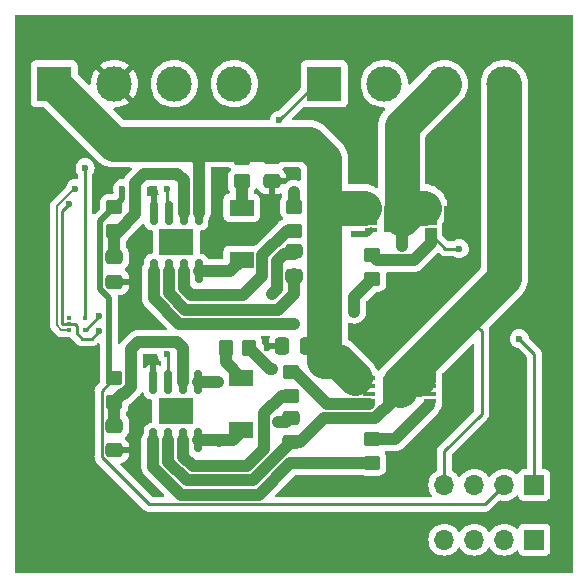
<source format=gtl>
%TF.GenerationSoftware,KiCad,Pcbnew,7.0.10*%
%TF.CreationDate,2024-02-22T18:12:09-06:00*%
%TF.ProjectId,Sabertoothv2,53616265-7274-46f6-9f74-6876322e6b69,rev?*%
%TF.SameCoordinates,Original*%
%TF.FileFunction,Copper,L1,Top*%
%TF.FilePolarity,Positive*%
%FSLAX46Y46*%
G04 Gerber Fmt 4.6, Leading zero omitted, Abs format (unit mm)*
G04 Created by KiCad (PCBNEW 7.0.10) date 2024-02-22 18:12:09*
%MOMM*%
%LPD*%
G01*
G04 APERTURE LIST*
G04 Aperture macros list*
%AMRoundRect*
0 Rectangle with rounded corners*
0 $1 Rounding radius*
0 $2 $3 $4 $5 $6 $7 $8 $9 X,Y pos of 4 corners*
0 Add a 4 corners polygon primitive as box body*
4,1,4,$2,$3,$4,$5,$6,$7,$8,$9,$2,$3,0*
0 Add four circle primitives for the rounded corners*
1,1,$1+$1,$2,$3*
1,1,$1+$1,$4,$5*
1,1,$1+$1,$6,$7*
1,1,$1+$1,$8,$9*
0 Add four rect primitives between the rounded corners*
20,1,$1+$1,$2,$3,$4,$5,0*
20,1,$1+$1,$4,$5,$6,$7,0*
20,1,$1+$1,$6,$7,$8,$9,0*
20,1,$1+$1,$8,$9,$2,$3,0*%
%AMFreePoly0*
4,1,21,1.372500,0.787500,0.862500,0.787500,0.862500,0.532500,1.372500,0.532500,1.372500,0.127500,0.862500,0.127500,0.862500,-0.127500,1.372500,-0.127500,1.372500,-0.532500,0.862500,-0.532500,0.862500,-0.787500,1.372500,-0.787500,1.372500,-1.195000,0.612500,-1.195000,0.612500,-1.117500,-0.862500,-1.117500,-0.862500,1.117500,0.612500,1.117500,0.612500,1.195000,1.372500,1.195000,
1.372500,0.787500,1.372500,0.787500,$1*%
G04 Aperture macros list end*
%TA.AperFunction,SMDPad,CuDef*%
%ADD10RoundRect,0.250000X-0.475000X0.337500X-0.475000X-0.337500X0.475000X-0.337500X0.475000X0.337500X0*%
%TD*%
%TA.AperFunction,SMDPad,CuDef*%
%ADD11RoundRect,0.150000X-0.150000X0.825000X-0.150000X-0.825000X0.150000X-0.825000X0.150000X0.825000X0*%
%TD*%
%TA.AperFunction,SMDPad,CuDef*%
%ADD12R,3.000000X2.290000*%
%TD*%
%TA.AperFunction,SMDPad,CuDef*%
%ADD13R,0.990000X0.405000*%
%TD*%
%TA.AperFunction,SMDPad,CuDef*%
%ADD14FreePoly0,0.000000*%
%TD*%
%TA.AperFunction,SMDPad,CuDef*%
%ADD15RoundRect,0.250000X0.450000X-0.350000X0.450000X0.350000X-0.450000X0.350000X-0.450000X-0.350000X0*%
%TD*%
%TA.AperFunction,SMDPad,CuDef*%
%ADD16R,2.100000X1.400000*%
%TD*%
%TA.AperFunction,SMDPad,CuDef*%
%ADD17RoundRect,0.250000X-0.450000X0.350000X-0.450000X-0.350000X0.450000X-0.350000X0.450000X0.350000X0*%
%TD*%
%TA.AperFunction,ComponentPad*%
%ADD18R,3.000000X3.000000*%
%TD*%
%TA.AperFunction,ComponentPad*%
%ADD19C,3.000000*%
%TD*%
%TA.AperFunction,ComponentPad*%
%ADD20R,1.700000X1.700000*%
%TD*%
%TA.AperFunction,ComponentPad*%
%ADD21O,1.700000X1.700000*%
%TD*%
%TA.AperFunction,SMDPad,CuDef*%
%ADD22RoundRect,0.250000X0.337500X0.475000X-0.337500X0.475000X-0.337500X-0.475000X0.337500X-0.475000X0*%
%TD*%
%TA.AperFunction,SMDPad,CuDef*%
%ADD23RoundRect,0.250000X0.350000X0.450000X-0.350000X0.450000X-0.350000X-0.450000X0.350000X-0.450000X0*%
%TD*%
%TA.AperFunction,SMDPad,CuDef*%
%ADD24R,0.450000X0.300000*%
%TD*%
%TA.AperFunction,ViaPad*%
%ADD25C,0.600000*%
%TD*%
%TA.AperFunction,Conductor*%
%ADD26C,1.000000*%
%TD*%
%TA.AperFunction,Conductor*%
%ADD27C,0.250000*%
%TD*%
%TA.AperFunction,Conductor*%
%ADD28C,0.500000*%
%TD*%
%TA.AperFunction,Conductor*%
%ADD29C,3.000000*%
%TD*%
%TA.AperFunction,Conductor*%
%ADD30C,0.200000*%
%TD*%
G04 APERTURE END LIST*
D10*
X33020000Y-45190500D03*
X33020000Y-47265500D03*
X48260000Y-44682500D03*
X48260000Y-46757500D03*
D11*
X40125000Y-55735000D03*
X38855000Y-55735000D03*
X37585000Y-55735000D03*
X36315000Y-55735000D03*
X36315000Y-60685000D03*
X37585000Y-60685000D03*
X38855000Y-60685000D03*
X40125000Y-60685000D03*
D12*
X38220000Y-58210000D03*
D13*
X54593000Y-55398000D03*
X54593000Y-56058000D03*
X54593000Y-56718000D03*
X54593000Y-57378000D03*
D14*
X56585500Y-56388000D03*
D15*
X54864000Y-46990000D03*
X54864000Y-44990000D03*
X54864000Y-62595000D03*
X54864000Y-60595000D03*
D16*
X43738800Y-59772000D03*
X43738800Y-55372000D03*
D15*
X48006000Y-56880000D03*
X48006000Y-54880000D03*
D13*
X59800000Y-40920000D03*
X59800000Y-41580000D03*
X59800000Y-42240000D03*
X59800000Y-42900000D03*
D14*
X61792500Y-41910000D03*
D10*
X48006000Y-58753000D03*
X48006000Y-60828000D03*
D17*
X43815000Y-36735000D03*
X43815000Y-38735000D03*
D10*
X46355000Y-36655000D03*
X46355000Y-38730000D03*
D18*
X50800000Y-30480000D03*
D19*
X55880000Y-30480000D03*
X60960000Y-30480000D03*
X66040000Y-30480000D03*
D18*
X27940000Y-30480000D03*
D19*
X33020000Y-30480000D03*
X38100000Y-30480000D03*
X43180000Y-30480000D03*
D20*
X68580000Y-64438000D03*
D21*
X66040000Y-64438000D03*
X63500000Y-64438000D03*
X60960000Y-64438000D03*
D20*
X68580000Y-69088000D03*
D21*
X66040000Y-69088000D03*
X63500000Y-69088000D03*
X60960000Y-69088000D03*
D22*
X49297500Y-52705000D03*
X47222500Y-52705000D03*
D17*
X33020000Y-55420000D03*
X33020000Y-57420000D03*
D16*
X43815000Y-45380000D03*
X43815000Y-40980000D03*
D13*
X54720000Y-40920000D03*
X54720000Y-41580000D03*
X54720000Y-42240000D03*
X54720000Y-42900000D03*
D14*
X56712500Y-41910000D03*
D13*
X59779000Y-55398000D03*
X59779000Y-56058000D03*
X59779000Y-56718000D03*
X59779000Y-57378000D03*
D14*
X61771500Y-56388000D03*
D15*
X48260000Y-42910000D03*
X48260000Y-40910000D03*
D23*
X44450000Y-52832000D03*
X42450000Y-52832000D03*
D11*
X40175000Y-41405000D03*
X38905000Y-41405000D03*
X37635000Y-41405000D03*
X36365000Y-41405000D03*
X36365000Y-46355000D03*
X37635000Y-46355000D03*
X38905000Y-46355000D03*
X40175000Y-46355000D03*
D12*
X38270000Y-43880000D03*
D24*
X29145000Y-50300000D03*
X29145000Y-50800000D03*
X29145000Y-51300000D03*
X30545000Y-51300000D03*
X30545000Y-50300000D03*
D17*
X33020000Y-40910000D03*
X33020000Y-42910000D03*
D10*
X33020000Y-59436000D03*
X33020000Y-61511000D03*
D25*
X60325000Y-59690000D03*
X35052000Y-59944000D03*
X46736000Y-40386000D03*
X35052000Y-60706000D03*
X35052000Y-59182000D03*
X36068000Y-53848000D03*
X60960000Y-59690000D03*
X34798000Y-50800000D03*
X61595000Y-59055000D03*
X60960000Y-59055000D03*
X45974000Y-52832000D03*
X34036000Y-50800000D03*
X45974000Y-41148000D03*
X61595000Y-59690000D03*
X35052000Y-58420000D03*
X45974000Y-40386000D03*
X41910000Y-40894000D03*
X60325000Y-60325000D03*
X34798000Y-50038000D03*
X60960000Y-60325000D03*
X46736000Y-41148000D03*
X36235364Y-39624000D03*
X34036000Y-50038000D03*
X35498003Y-50038000D03*
X41910000Y-39370000D03*
X35560000Y-50800000D03*
X60325000Y-59055000D03*
X41910000Y-40132000D03*
X46355000Y-48260000D03*
X41656000Y-46355000D03*
X41910000Y-60706000D03*
X46736000Y-59131200D03*
X62230000Y-44450000D03*
X53340000Y-43180000D03*
X48260000Y-39624000D03*
X48260000Y-48260000D03*
X57404000Y-44196000D03*
X67310000Y-52070000D03*
X37465000Y-53340000D03*
X31750000Y-51435000D03*
X29210000Y-40640000D03*
X46990000Y-33560000D03*
X48260000Y-50800000D03*
X53340000Y-49784000D03*
X37465000Y-39370000D03*
X31750000Y-50165000D03*
X41765000Y-55735000D03*
X50800000Y-54610000D03*
X50800000Y-53975000D03*
X50165000Y-53975000D03*
X46355000Y-54610000D03*
X50165000Y-54610000D03*
X30545000Y-37592000D03*
X33710000Y-39370000D03*
X51905500Y-57620500D03*
X58044760Y-59314760D03*
X29718000Y-39370000D03*
D26*
X38354000Y-38100000D02*
X35560000Y-38100000D01*
X38905000Y-41405000D02*
X38905000Y-38651000D01*
X34798000Y-38862000D02*
X34798000Y-41522000D01*
X33020000Y-42910000D02*
X33020000Y-45190500D01*
X33410000Y-42910000D02*
X33020000Y-42910000D01*
X34798000Y-41522000D02*
X33410000Y-42910000D01*
X35560000Y-38100000D02*
X34798000Y-38862000D01*
X38905000Y-38651000D02*
X38354000Y-38100000D01*
X33020000Y-57420000D02*
X33020000Y-59436000D01*
X38855000Y-52825000D02*
X38370000Y-52340000D01*
X38855000Y-55735000D02*
X38855000Y-52825000D01*
X35036000Y-52340000D02*
X34420000Y-52956000D01*
X38370000Y-52340000D02*
X35036000Y-52340000D01*
X34420000Y-56170430D02*
X33870430Y-56720000D01*
X33020000Y-57410000D02*
X33020000Y-57420000D01*
X33710000Y-56720000D02*
X33020000Y-57410000D01*
X33870430Y-56720000D02*
X33710000Y-56720000D01*
X34420000Y-52956000D02*
X34420000Y-56170430D01*
X47390556Y-44857500D02*
X48260000Y-44857500D01*
X40175000Y-46355000D02*
X41656000Y-46355000D01*
X46355000Y-48260000D02*
X46765000Y-47850000D01*
X46765000Y-45483056D02*
X47390556Y-44857500D01*
X42840000Y-46355000D02*
X43815000Y-45380000D01*
X41656000Y-46355000D02*
X42840000Y-46355000D01*
X46765000Y-47850000D02*
X46765000Y-45483056D01*
X40125000Y-60685000D02*
X41889000Y-60685000D01*
X47548800Y-59131200D02*
X46920000Y-59131200D01*
X48006000Y-58753000D02*
X47927000Y-58753000D01*
X41910000Y-60706000D02*
X41931000Y-60685000D01*
X47927000Y-58753000D02*
X47548800Y-59131200D01*
X41931000Y-60685000D02*
X43029000Y-60685000D01*
X41889000Y-60685000D02*
X41910000Y-60706000D01*
X43029000Y-60685000D02*
X43942000Y-59772000D01*
D27*
X62230000Y-44450000D02*
X61052500Y-44450000D01*
D26*
X55270000Y-45396000D02*
X58409056Y-45396000D01*
X59800000Y-44005056D02*
X59800000Y-43197500D01*
D27*
X61052500Y-44450000D02*
X59800000Y-43197500D01*
D26*
X58409056Y-45396000D02*
X59800000Y-44005056D01*
X54864000Y-44990000D02*
X55270000Y-45396000D01*
X48260000Y-40910000D02*
X48260000Y-39624000D01*
D28*
X54440000Y-43180000D02*
X54720000Y-42900000D01*
X53340000Y-43180000D02*
X54440000Y-43180000D01*
D26*
X43815000Y-40980000D02*
X43815000Y-38735000D01*
X43738800Y-55372000D02*
X42450000Y-54083200D01*
X42450000Y-54083200D02*
X42450000Y-52832000D01*
X39012944Y-49600000D02*
X46920000Y-49600000D01*
X37635000Y-48222056D02*
X39012944Y-49600000D01*
D29*
X57350000Y-34090000D02*
X57350000Y-39624000D01*
X57350000Y-41910000D02*
X58262500Y-40997500D01*
D26*
X57404000Y-41964000D02*
X57350000Y-41910000D01*
X37635000Y-46355000D02*
X37635000Y-48222056D01*
D29*
X60960000Y-30480000D02*
X57350000Y-34090000D01*
D26*
X48260000Y-48260000D02*
X48260000Y-46582500D01*
X46920000Y-49600000D02*
X48260000Y-48260000D01*
X57404000Y-44196000D02*
X57404000Y-41964000D01*
D29*
X57350000Y-39624000D02*
X57350000Y-41910000D01*
X58262500Y-40997500D02*
X59230000Y-40997500D01*
D26*
X56585500Y-57325056D02*
X56585500Y-56388000D01*
X37585000Y-62493583D02*
X39156417Y-64065000D01*
X48006000Y-60828000D02*
X48731000Y-60828000D01*
X55090056Y-58820500D02*
X56585500Y-57325056D01*
X37585000Y-60685000D02*
X37585000Y-62493583D01*
D29*
X58772750Y-54200750D02*
X57223000Y-55750500D01*
D26*
X50738500Y-58820500D02*
X55090056Y-58820500D01*
D27*
X64135000Y-58420000D02*
X64135000Y-51435000D01*
X64135000Y-51435000D02*
X62836750Y-50136750D01*
D29*
X66040000Y-30480000D02*
X66040000Y-46933500D01*
D27*
X60960000Y-61595000D02*
X64135000Y-58420000D01*
D26*
X44769000Y-64065000D02*
X48006000Y-60828000D01*
D27*
X60960000Y-64438000D02*
X60960000Y-61595000D01*
D29*
X62836750Y-50136750D02*
X58772750Y-54200750D01*
D26*
X48731000Y-60828000D02*
X50738500Y-58820500D01*
D29*
X57223000Y-55750500D02*
X57223000Y-56388000D01*
X66040000Y-46933500D02*
X62836750Y-50136750D01*
D26*
X39156417Y-64065000D02*
X44769000Y-64065000D01*
D29*
X58772750Y-54200750D02*
X58772750Y-55475500D01*
D27*
X28620000Y-50800000D02*
X29145000Y-50800000D01*
X29845000Y-51625000D02*
X30290000Y-52070000D01*
X29145000Y-50800000D02*
X29670000Y-50800000D01*
X29845000Y-50975000D02*
X29845000Y-51625000D01*
X67310000Y-52070000D02*
X68580000Y-53340000D01*
X30290000Y-52070000D02*
X31115000Y-52070000D01*
X50070000Y-30480000D02*
X50800000Y-30480000D01*
X31115000Y-52070000D02*
X31750000Y-51435000D01*
X29210000Y-40640000D02*
X28595000Y-41255000D01*
X28595000Y-50775000D02*
X28620000Y-50800000D01*
X37585000Y-55735000D02*
X37585000Y-53460000D01*
X46990000Y-33560000D02*
X50070000Y-30480000D01*
X28595000Y-41255000D02*
X28595000Y-50775000D01*
X37585000Y-53460000D02*
X37465000Y-53340000D01*
X29670000Y-50800000D02*
X29845000Y-50975000D01*
X68580000Y-53340000D02*
X68580000Y-64438000D01*
D26*
X43945000Y-48400000D02*
X45565000Y-46780000D01*
X38905000Y-47795000D02*
X39510000Y-48400000D01*
X38905000Y-46355000D02*
X38905000Y-47795000D01*
X47641000Y-42910000D02*
X48260000Y-42910000D01*
X45565000Y-46780000D02*
X45565000Y-44986000D01*
X45565000Y-44986000D02*
X47641000Y-42910000D01*
X39510000Y-48400000D02*
X43945000Y-48400000D01*
D27*
X38905000Y-46873171D02*
X38905000Y-46355000D01*
D26*
X48260000Y-50800000D02*
X38515888Y-50800000D01*
X36365000Y-48649112D02*
X36365000Y-46355000D01*
X53340000Y-48514000D02*
X54864000Y-46990000D01*
X53340000Y-49784000D02*
X53340000Y-48514000D01*
X38515888Y-50800000D02*
X36365000Y-48649112D01*
X47209200Y-56880000D02*
X48006000Y-56880000D01*
X45720000Y-61416944D02*
X45720000Y-58369200D01*
X39653473Y-62865000D02*
X44271944Y-62865000D01*
X38855000Y-60685000D02*
X38855000Y-62066527D01*
X44271944Y-62865000D02*
X45720000Y-61416944D01*
X38855000Y-62066527D02*
X39653473Y-62865000D01*
X45720000Y-58369200D02*
X47209200Y-56880000D01*
X38659361Y-65265000D02*
X45266056Y-65265000D01*
X36315000Y-60685000D02*
X36315000Y-62920639D01*
X47936056Y-62595000D02*
X54864000Y-62595000D01*
X45266056Y-65265000D02*
X47936056Y-62595000D01*
X36315000Y-62920639D02*
X38659361Y-65265000D01*
D27*
X30545000Y-51300000D02*
X30620000Y-51300000D01*
X37465000Y-41235000D02*
X37635000Y-41405000D01*
X30620000Y-51300000D02*
X31750000Y-50170000D01*
X37465000Y-39370000D02*
X37465000Y-41235000D01*
X31750000Y-50170000D02*
X31750000Y-50165000D01*
D29*
X50800000Y-36830000D02*
X50800000Y-40132000D01*
X50800000Y-40132000D02*
X50800000Y-52832000D01*
X38735000Y-35560000D02*
X49530000Y-35560000D01*
X50800000Y-40132000D02*
X51665500Y-40997500D01*
X50800000Y-52832000D02*
X50800000Y-52832000D01*
D26*
X46355000Y-54610000D02*
X46228000Y-54610000D01*
D29*
X49530000Y-35560000D02*
X50800000Y-36830000D01*
D26*
X40175000Y-41405000D02*
X40175000Y-37000000D01*
D29*
X51665500Y-40997500D02*
X54150000Y-40997500D01*
D26*
X41765000Y-55735000D02*
X40125000Y-55735000D01*
X40175000Y-37000000D02*
X38735000Y-35560000D01*
D29*
X33020000Y-35560000D02*
X38735000Y-35560000D01*
X50800000Y-53975000D02*
X51943000Y-53975000D01*
X51943000Y-53975000D02*
X53366000Y-55398000D01*
X50800000Y-52832000D02*
X50800000Y-53975000D01*
X27940000Y-30480000D02*
X33020000Y-35560000D01*
D26*
X46228000Y-54610000D02*
X44450000Y-52832000D01*
D27*
X30545000Y-37592000D02*
X30545000Y-50300000D01*
X64388000Y-66090000D02*
X66040000Y-64438000D01*
X33020000Y-55420000D02*
X31970000Y-56470000D01*
D28*
X31845000Y-47899878D02*
X32560000Y-48614878D01*
X31845000Y-42085000D02*
X31845000Y-47899878D01*
X33710000Y-40220000D02*
X31845000Y-42085000D01*
X32560000Y-54960000D02*
X33020000Y-55420000D01*
D27*
X35966400Y-66090000D02*
X64388000Y-66090000D01*
D28*
X33710000Y-39370000D02*
X33710000Y-40220000D01*
D27*
X31970000Y-62093600D02*
X35966400Y-66090000D01*
D28*
X32560000Y-48614878D02*
X32560000Y-54960000D01*
D27*
X31970000Y-56470000D02*
X31970000Y-62093600D01*
D26*
X51905500Y-57620500D02*
X54593000Y-57620500D01*
X51045500Y-57620500D02*
X48305000Y-54880000D01*
X48305000Y-54880000D02*
X48006000Y-54880000D01*
X51905500Y-57620500D02*
X51045500Y-57620500D01*
X56764520Y-60595000D02*
X59684020Y-57675500D01*
X54864000Y-60595000D02*
X56764520Y-60595000D01*
D30*
X29631471Y-39370000D02*
X28170000Y-40831471D01*
X28170000Y-50951040D02*
X28518960Y-51300000D01*
X28170000Y-40831471D02*
X28170000Y-50951040D01*
X29718000Y-39370000D02*
X29631471Y-39370000D01*
X28518960Y-51300000D02*
X29145000Y-51300000D01*
%TA.AperFunction,Conductor*%
G36*
X35480940Y-56622973D02*
G01*
X35522450Y-56679176D01*
X35525067Y-56687164D01*
X35563715Y-56820193D01*
X35563717Y-56820196D01*
X35647314Y-56961552D01*
X35647321Y-56961561D01*
X35763438Y-57077678D01*
X35763447Y-57077685D01*
X35904803Y-57161282D01*
X35904806Y-57161283D01*
X36062504Y-57207099D01*
X36062510Y-57207100D01*
X36099352Y-57209999D01*
X36100358Y-57210039D01*
X36100511Y-57210090D01*
X36101785Y-57210191D01*
X36101759Y-57210511D01*
X36166575Y-57232335D01*
X36210226Y-57286891D01*
X36219500Y-57333944D01*
X36219500Y-59085553D01*
X36199815Y-59152592D01*
X36147011Y-59198347D01*
X36101719Y-59209139D01*
X36101733Y-59209309D01*
X36100651Y-59209394D01*
X36100392Y-59209456D01*
X36099334Y-59209497D01*
X36062432Y-59212401D01*
X36062426Y-59212402D01*
X35904606Y-59258254D01*
X35904603Y-59258255D01*
X35763137Y-59341917D01*
X35763129Y-59341923D01*
X35646923Y-59458129D01*
X35646917Y-59458137D01*
X35563255Y-59599603D01*
X35563254Y-59599606D01*
X35517402Y-59757426D01*
X35517401Y-59757432D01*
X35514500Y-59794298D01*
X35514500Y-60044836D01*
X35494815Y-60111875D01*
X35492275Y-60115672D01*
X35435707Y-60196947D01*
X35355459Y-60383943D01*
X35314500Y-60583258D01*
X35314500Y-62906360D01*
X35314460Y-62909500D01*
X35312243Y-62997001D01*
X35312243Y-62997010D01*
X35322648Y-63055059D01*
X35323956Y-63064387D01*
X35329925Y-63123069D01*
X35329927Y-63123083D01*
X35339033Y-63152107D01*
X35342772Y-63167340D01*
X35348142Y-63197292D01*
X35348142Y-63197294D01*
X35370020Y-63252063D01*
X35373177Y-63260931D01*
X35390841Y-63317227D01*
X35390842Y-63317228D01*
X35390844Y-63317234D01*
X35405603Y-63343824D01*
X35412336Y-63358000D01*
X35423622Y-63386253D01*
X35423627Y-63386263D01*
X35456080Y-63435505D01*
X35460962Y-63443562D01*
X35489588Y-63495137D01*
X35489589Y-63495139D01*
X35489591Y-63495141D01*
X35509410Y-63518227D01*
X35518855Y-63530754D01*
X35535599Y-63556160D01*
X35577299Y-63597859D01*
X35583704Y-63604770D01*
X35622130Y-63649531D01*
X35646193Y-63668157D01*
X35657972Y-63678532D01*
X37232260Y-65252819D01*
X37265745Y-65314142D01*
X37260761Y-65383834D01*
X37218889Y-65439767D01*
X37153425Y-65464184D01*
X37144579Y-65464500D01*
X36276852Y-65464500D01*
X36209813Y-65444815D01*
X36189171Y-65428181D01*
X34410521Y-63649531D01*
X33561200Y-62800209D01*
X33527716Y-62738888D01*
X33532700Y-62669196D01*
X33574572Y-62613263D01*
X33636282Y-62589172D01*
X33647696Y-62588006D01*
X33814119Y-62532858D01*
X33814124Y-62532856D01*
X33963345Y-62440815D01*
X34087315Y-62316845D01*
X34179356Y-62167624D01*
X34179358Y-62167619D01*
X34234505Y-62001197D01*
X34234506Y-62001190D01*
X34244999Y-61898486D01*
X34245000Y-61898473D01*
X34245000Y-61761000D01*
X32894000Y-61761000D01*
X32826961Y-61741315D01*
X32781206Y-61688511D01*
X32770000Y-61637000D01*
X32770000Y-61385000D01*
X32789685Y-61317961D01*
X32842489Y-61272206D01*
X32894000Y-61261000D01*
X34244999Y-61261000D01*
X34244999Y-61123528D01*
X34244998Y-61123513D01*
X34234505Y-61020802D01*
X34179358Y-60854380D01*
X34179356Y-60854375D01*
X34087315Y-60705154D01*
X33963344Y-60581183D01*
X33963341Y-60581181D01*
X33960339Y-60579329D01*
X33958713Y-60577521D01*
X33957677Y-60576702D01*
X33957817Y-60576524D01*
X33913617Y-60527380D01*
X33902397Y-60458417D01*
X33930243Y-60394336D01*
X33960344Y-60368254D01*
X33963656Y-60366212D01*
X34087712Y-60242156D01*
X34179814Y-60092834D01*
X34234999Y-59926297D01*
X34245500Y-59823509D01*
X34245499Y-59048492D01*
X34234999Y-58945703D01*
X34179814Y-58779166D01*
X34087712Y-58629844D01*
X34056819Y-58598951D01*
X34023334Y-58537628D01*
X34020500Y-58511270D01*
X34020500Y-58332230D01*
X34040185Y-58265191D01*
X34056819Y-58244549D01*
X34062712Y-58238656D01*
X34154814Y-58089334D01*
X34209999Y-57922797D01*
X34220500Y-57820009D01*
X34220499Y-57742973D01*
X34240183Y-57675935D01*
X34284315Y-57634558D01*
X34285459Y-57633922D01*
X34293617Y-57629394D01*
X34307792Y-57622662D01*
X34336047Y-57611377D01*
X34385309Y-57578909D01*
X34393340Y-57574043D01*
X34444932Y-57545409D01*
X34444939Y-57545402D01*
X34444942Y-57545401D01*
X34468013Y-57525594D01*
X34480555Y-57516137D01*
X34505949Y-57499402D01*
X34547667Y-57457682D01*
X34554552Y-57451301D01*
X34599325Y-57412866D01*
X34617950Y-57388802D01*
X34628310Y-57377039D01*
X35117409Y-56887940D01*
X35119578Y-56885825D01*
X35183053Y-56825489D01*
X35216750Y-56777074D01*
X35222417Y-56769556D01*
X35259698Y-56723837D01*
X35273788Y-56696860D01*
X35281909Y-56683456D01*
X35299295Y-56658479D01*
X35299295Y-56658477D01*
X35302890Y-56653314D01*
X35304695Y-56654570D01*
X35347267Y-56612546D01*
X35415635Y-56598135D01*
X35480940Y-56622973D01*
G37*
%TD.AperFunction*%
%TA.AperFunction,Conductor*%
G36*
X63428834Y-52476314D02*
G01*
X63484767Y-52518186D01*
X63509184Y-52583650D01*
X63509500Y-52592496D01*
X63509500Y-58109546D01*
X63489815Y-58176585D01*
X63473181Y-58197227D01*
X60576208Y-61094199D01*
X60563951Y-61104020D01*
X60564134Y-61104241D01*
X60558122Y-61109214D01*
X60512098Y-61158223D01*
X60509391Y-61161016D01*
X60489889Y-61180517D01*
X60489875Y-61180534D01*
X60487407Y-61183715D01*
X60479843Y-61192570D01*
X60449937Y-61224418D01*
X60449936Y-61224420D01*
X60440284Y-61241976D01*
X60429610Y-61258226D01*
X60417329Y-61274061D01*
X60417324Y-61274068D01*
X60399975Y-61314158D01*
X60394838Y-61324644D01*
X60373803Y-61362906D01*
X60368822Y-61382307D01*
X60362521Y-61400710D01*
X60354562Y-61419102D01*
X60354561Y-61419105D01*
X60347728Y-61462243D01*
X60345360Y-61473674D01*
X60334501Y-61515971D01*
X60334500Y-61515982D01*
X60334500Y-61536016D01*
X60332973Y-61555415D01*
X60329840Y-61575194D01*
X60329840Y-61575195D01*
X60333950Y-61618674D01*
X60334500Y-61630343D01*
X60334500Y-63162773D01*
X60314815Y-63229812D01*
X60281623Y-63264348D01*
X60088597Y-63399505D01*
X59921505Y-63566597D01*
X59785965Y-63760169D01*
X59785964Y-63760171D01*
X59686098Y-63974335D01*
X59686094Y-63974344D01*
X59624938Y-64202586D01*
X59624936Y-64202596D01*
X59604341Y-64437999D01*
X59604341Y-64438000D01*
X59624936Y-64673403D01*
X59624938Y-64673413D01*
X59686094Y-64901655D01*
X59686096Y-64901659D01*
X59686097Y-64901663D01*
X59690000Y-64910032D01*
X59785965Y-65115830D01*
X59785967Y-65115834D01*
X59893479Y-65269377D01*
X59915806Y-65335583D01*
X59898796Y-65403350D01*
X59847848Y-65451163D01*
X59791904Y-65464500D01*
X46780839Y-65464500D01*
X46713800Y-65444815D01*
X46668045Y-65392011D01*
X46658101Y-65322853D01*
X46687126Y-65259297D01*
X46693158Y-65252819D01*
X48314157Y-63631819D01*
X48375480Y-63598334D01*
X48401838Y-63595500D01*
X54003868Y-63595500D01*
X54068963Y-63613960D01*
X54094666Y-63629814D01*
X54261203Y-63684999D01*
X54363991Y-63695500D01*
X55364008Y-63695499D01*
X55364016Y-63695498D01*
X55364019Y-63695498D01*
X55420302Y-63689748D01*
X55466797Y-63684999D01*
X55633334Y-63629814D01*
X55782656Y-63537712D01*
X55906712Y-63413656D01*
X55998814Y-63264334D01*
X56053999Y-63097797D01*
X56064500Y-62995009D01*
X56064499Y-62194992D01*
X56058568Y-62136935D01*
X56053999Y-62092203D01*
X56053998Y-62092200D01*
X56027043Y-62010855D01*
X55998814Y-61925666D01*
X55982049Y-61898486D01*
X55911802Y-61784596D01*
X55893362Y-61717204D01*
X55914285Y-61650541D01*
X55967927Y-61605771D01*
X56017341Y-61595500D01*
X56750241Y-61595500D01*
X56753383Y-61595540D01*
X56840878Y-61597757D01*
X56840878Y-61597756D01*
X56840883Y-61597757D01*
X56898945Y-61587349D01*
X56908274Y-61586041D01*
X56966958Y-61580074D01*
X56995991Y-61570964D01*
X57011220Y-61567226D01*
X57041173Y-61561858D01*
X57041177Y-61561856D01*
X57041179Y-61561856D01*
X57095943Y-61539980D01*
X57104812Y-61536821D01*
X57161108Y-61519159D01*
X57187720Y-61504387D01*
X57201882Y-61497662D01*
X57230137Y-61486377D01*
X57279399Y-61453909D01*
X57287430Y-61449043D01*
X57339022Y-61420409D01*
X57339029Y-61420402D01*
X57339032Y-61420401D01*
X57362103Y-61400594D01*
X57374645Y-61391137D01*
X57377437Y-61389297D01*
X57400039Y-61374402D01*
X57441757Y-61332682D01*
X57448642Y-61326301D01*
X57493415Y-61287866D01*
X57512040Y-61263802D01*
X57522400Y-61252039D01*
X60427360Y-58347081D01*
X60523717Y-58228908D01*
X60617929Y-58048549D01*
X60654409Y-57921051D01*
X60674357Y-57880856D01*
X60717796Y-57822831D01*
X60718847Y-57820015D01*
X60738651Y-57766916D01*
X60768091Y-57687983D01*
X60774500Y-57628373D01*
X60774499Y-57127628D01*
X60768091Y-57068017D01*
X60768090Y-57068014D01*
X60767363Y-57061250D01*
X60767364Y-57034740D01*
X60774499Y-56968380D01*
X60774500Y-56968373D01*
X60774499Y-56467628D01*
X60768091Y-56408017D01*
X60768090Y-56408014D01*
X60767363Y-56401250D01*
X60767364Y-56374740D01*
X60770256Y-56347848D01*
X60774500Y-56308373D01*
X60774499Y-55807628D01*
X60768091Y-55748017D01*
X60768090Y-55748014D01*
X60767363Y-55741250D01*
X60767364Y-55714740D01*
X60769094Y-55698656D01*
X60774500Y-55648373D01*
X60774499Y-55147628D01*
X60773959Y-55142613D01*
X60773250Y-55129360D01*
X60773250Y-55080746D01*
X60792935Y-55013707D01*
X60809569Y-54993065D01*
X63297819Y-52504815D01*
X63359142Y-52471330D01*
X63428834Y-52476314D01*
G37*
%TD.AperFunction*%
%TA.AperFunction,Conductor*%
G36*
X36615717Y-53360185D02*
G01*
X36661472Y-53412989D01*
X36671898Y-53450617D01*
X36679630Y-53519249D01*
X36739210Y-53689521D01*
X36835184Y-53842262D01*
X36923181Y-53930259D01*
X36956666Y-53991582D01*
X36959500Y-54017940D01*
X36959500Y-54229888D01*
X36939815Y-54296927D01*
X36887011Y-54342682D01*
X36817853Y-54352626D01*
X36772380Y-54336621D01*
X36725194Y-54308716D01*
X36567494Y-54262900D01*
X36567497Y-54262900D01*
X36565000Y-54262703D01*
X36565000Y-55861000D01*
X36545315Y-55928039D01*
X36492511Y-55973794D01*
X36441000Y-55985000D01*
X36189000Y-55985000D01*
X36121961Y-55965315D01*
X36076206Y-55912511D01*
X36065000Y-55861000D01*
X36065000Y-54262703D01*
X36062503Y-54262900D01*
X35904806Y-54308716D01*
X35904803Y-54308717D01*
X35763447Y-54392314D01*
X35763438Y-54392321D01*
X35647321Y-54508438D01*
X35642537Y-54514607D01*
X35639858Y-54512529D01*
X35599806Y-54549685D01*
X35531025Y-54561968D01*
X35466522Y-54535114D01*
X35426776Y-54477651D01*
X35420500Y-54438702D01*
X35420500Y-53464500D01*
X35440185Y-53397461D01*
X35492989Y-53351706D01*
X35544500Y-53340500D01*
X36548678Y-53340500D01*
X36615717Y-53360185D01*
G37*
%TD.AperFunction*%
%TA.AperFunction,Conductor*%
G36*
X46132537Y-51820185D02*
G01*
X46178292Y-51872989D01*
X46188236Y-51942147D01*
X46183204Y-51963504D01*
X46145494Y-52077302D01*
X46145493Y-52077309D01*
X46135000Y-52180013D01*
X46135000Y-52455000D01*
X47348500Y-52455000D01*
X47415539Y-52474685D01*
X47461294Y-52527489D01*
X47472500Y-52579000D01*
X47472500Y-52831000D01*
X47452815Y-52898039D01*
X47400011Y-52943794D01*
X47348500Y-52955000D01*
X46123244Y-52955000D01*
X46087815Y-52974345D01*
X46018124Y-52969359D01*
X45973779Y-52940859D01*
X45586818Y-52553898D01*
X45553333Y-52492575D01*
X45550499Y-52466217D01*
X45550499Y-52331998D01*
X45550498Y-52331981D01*
X45539999Y-52229203D01*
X45539998Y-52229200D01*
X45518367Y-52163923D01*
X45484814Y-52062666D01*
X45439743Y-51989594D01*
X45421304Y-51922205D01*
X45442226Y-51855541D01*
X45495868Y-51810771D01*
X45545283Y-51800500D01*
X46065498Y-51800500D01*
X46132537Y-51820185D01*
G37*
%TD.AperFunction*%
%TA.AperFunction,Conductor*%
G36*
X35513402Y-42324031D02*
G01*
X35569335Y-42365903D01*
X35589144Y-42405617D01*
X35613716Y-42490195D01*
X35613717Y-42490196D01*
X35697314Y-42631552D01*
X35697321Y-42631561D01*
X35813438Y-42747678D01*
X35813447Y-42747685D01*
X35954803Y-42831282D01*
X35954806Y-42831283D01*
X36112504Y-42877099D01*
X36112510Y-42877100D01*
X36149352Y-42879999D01*
X36150358Y-42880039D01*
X36150511Y-42880090D01*
X36151785Y-42880191D01*
X36151759Y-42880511D01*
X36216575Y-42902335D01*
X36260226Y-42956891D01*
X36269500Y-43003944D01*
X36269500Y-44755553D01*
X36249815Y-44822592D01*
X36197011Y-44868347D01*
X36151719Y-44879139D01*
X36151733Y-44879309D01*
X36150651Y-44879394D01*
X36150392Y-44879456D01*
X36149334Y-44879497D01*
X36112432Y-44882401D01*
X36112426Y-44882402D01*
X35954606Y-44928254D01*
X35954603Y-44928255D01*
X35813137Y-45011917D01*
X35813129Y-45011923D01*
X35696923Y-45128129D01*
X35696917Y-45128137D01*
X35613255Y-45269603D01*
X35613254Y-45269606D01*
X35567402Y-45427426D01*
X35567401Y-45427432D01*
X35564500Y-45464298D01*
X35564500Y-45714836D01*
X35544815Y-45781875D01*
X35542275Y-45785672D01*
X35485707Y-45866947D01*
X35405459Y-46053943D01*
X35364500Y-46253258D01*
X35364500Y-48634833D01*
X35364460Y-48637973D01*
X35362243Y-48725474D01*
X35362243Y-48725483D01*
X35372648Y-48783532D01*
X35373956Y-48792860D01*
X35379925Y-48851542D01*
X35379927Y-48851556D01*
X35389033Y-48880580D01*
X35392772Y-48895813D01*
X35398142Y-48925765D01*
X35398142Y-48925767D01*
X35413480Y-48964165D01*
X35419718Y-48979782D01*
X35420020Y-48980536D01*
X35423177Y-48989404D01*
X35440841Y-49045700D01*
X35440842Y-49045701D01*
X35440844Y-49045707D01*
X35455603Y-49072297D01*
X35462336Y-49086473D01*
X35473622Y-49114726D01*
X35473627Y-49114736D01*
X35506080Y-49163978D01*
X35510962Y-49172035D01*
X35539588Y-49223610D01*
X35539589Y-49223612D01*
X35539591Y-49223614D01*
X35559410Y-49246700D01*
X35568855Y-49259227D01*
X35585599Y-49284633D01*
X35627299Y-49326332D01*
X35633704Y-49333243D01*
X35672130Y-49378004D01*
X35696193Y-49396630D01*
X35707972Y-49407005D01*
X36573017Y-50272050D01*
X37428787Y-51127819D01*
X37462272Y-51189142D01*
X37457288Y-51258834D01*
X37415416Y-51314767D01*
X37349952Y-51339184D01*
X37341106Y-51339500D01*
X35050278Y-51339500D01*
X35047138Y-51339460D01*
X35010654Y-51338535D01*
X34959637Y-51337243D01*
X34959636Y-51337243D01*
X34959627Y-51337243D01*
X34901572Y-51347649D01*
X34892243Y-51348958D01*
X34833562Y-51354925D01*
X34804532Y-51364033D01*
X34789294Y-51367773D01*
X34759349Y-51373140D01*
X34759347Y-51373141D01*
X34704554Y-51395026D01*
X34695685Y-51398183D01*
X34639417Y-51415838D01*
X34639406Y-51415843D01*
X34612814Y-51430602D01*
X34598645Y-51437332D01*
X34570380Y-51448623D01*
X34570373Y-51448627D01*
X34521122Y-51481086D01*
X34513066Y-51485967D01*
X34461502Y-51514588D01*
X34461499Y-51514590D01*
X34438405Y-51534414D01*
X34425883Y-51543855D01*
X34400482Y-51560598D01*
X34400475Y-51560603D01*
X34358781Y-51602297D01*
X34351874Y-51608698D01*
X34307106Y-51647132D01*
X34307105Y-51647133D01*
X34288480Y-51671194D01*
X34278107Y-51682971D01*
X33722646Y-52238432D01*
X33720399Y-52240624D01*
X33656946Y-52300942D01*
X33623245Y-52349361D01*
X33617574Y-52356882D01*
X33580302Y-52402592D01*
X33580298Y-52402598D01*
X33566209Y-52429568D01*
X33558082Y-52442983D01*
X33542159Y-52465863D01*
X33537115Y-52473110D01*
X33535085Y-52471697D01*
X33493143Y-52513040D01*
X33424765Y-52527401D01*
X33359478Y-52502514D01*
X33318010Y-52446281D01*
X33310500Y-52403784D01*
X33310500Y-48678583D01*
X33311809Y-48660613D01*
X33315125Y-48637973D01*
X33315289Y-48636855D01*
X33310972Y-48587508D01*
X33310500Y-48576700D01*
X33310500Y-48571174D01*
X33310500Y-48571169D01*
X33306901Y-48540387D01*
X33306536Y-48536806D01*
X33302250Y-48487803D01*
X33316018Y-48419304D01*
X33364635Y-48369122D01*
X33425778Y-48352999D01*
X33544972Y-48352999D01*
X33544986Y-48352998D01*
X33647697Y-48342505D01*
X33814119Y-48287358D01*
X33814124Y-48287356D01*
X33963345Y-48195315D01*
X34087315Y-48071345D01*
X34179356Y-47922124D01*
X34179358Y-47922119D01*
X34234505Y-47755697D01*
X34234506Y-47755690D01*
X34244999Y-47652986D01*
X34245000Y-47652973D01*
X34245000Y-47515500D01*
X32894000Y-47515500D01*
X32826961Y-47495815D01*
X32781206Y-47443011D01*
X32770000Y-47391500D01*
X32770000Y-47139500D01*
X32789685Y-47072461D01*
X32842489Y-47026706D01*
X32894000Y-47015500D01*
X34244999Y-47015500D01*
X34244999Y-46878028D01*
X34244998Y-46878013D01*
X34234505Y-46775302D01*
X34179358Y-46608880D01*
X34179356Y-46608875D01*
X34087315Y-46459654D01*
X33963344Y-46335683D01*
X33963341Y-46335681D01*
X33960339Y-46333829D01*
X33958713Y-46332021D01*
X33957677Y-46331202D01*
X33957817Y-46331024D01*
X33913617Y-46281880D01*
X33902397Y-46212917D01*
X33930243Y-46148836D01*
X33960344Y-46122754D01*
X33963656Y-46120712D01*
X34087712Y-45996656D01*
X34179814Y-45847334D01*
X34234999Y-45680797D01*
X34245500Y-45578009D01*
X34245499Y-44802992D01*
X34245456Y-44802575D01*
X34234999Y-44700203D01*
X34234998Y-44700200D01*
X34211489Y-44629255D01*
X34179814Y-44533666D01*
X34087712Y-44384344D01*
X34056819Y-44353451D01*
X34023334Y-44292128D01*
X34020500Y-44265770D01*
X34020500Y-43822230D01*
X34040185Y-43755191D01*
X34056819Y-43734549D01*
X34062712Y-43728656D01*
X34142359Y-43599524D01*
X34149833Y-43588734D01*
X34157518Y-43578806D01*
X34167884Y-43567035D01*
X35382389Y-42352530D01*
X35443710Y-42319047D01*
X35513402Y-42324031D01*
G37*
%TD.AperFunction*%
%TA.AperFunction,Conductor*%
G36*
X42794809Y-37580185D02*
G01*
X42815451Y-37596819D01*
X42865951Y-37647319D01*
X42899436Y-37708642D01*
X42894452Y-37778334D01*
X42865951Y-37822681D01*
X42772289Y-37916342D01*
X42680187Y-38065663D01*
X42680186Y-38065666D01*
X42625001Y-38232203D01*
X42625001Y-38232204D01*
X42625000Y-38232204D01*
X42614500Y-38334983D01*
X42614500Y-39135001D01*
X42614501Y-39135019D01*
X42625000Y-39237796D01*
X42625001Y-39237799D01*
X42653008Y-39322316D01*
X42680186Y-39404334D01*
X42769573Y-39549255D01*
X42772289Y-39553657D01*
X42778181Y-39559549D01*
X42811666Y-39620872D01*
X42814500Y-39647230D01*
X42814500Y-39657648D01*
X42794815Y-39724687D01*
X42742011Y-39770442D01*
X42703755Y-39780938D01*
X42657516Y-39785909D01*
X42522671Y-39836202D01*
X42522664Y-39836206D01*
X42407455Y-39922452D01*
X42407452Y-39922455D01*
X42321206Y-40037664D01*
X42321202Y-40037671D01*
X42270908Y-40172517D01*
X42264501Y-40232116D01*
X42264501Y-40232123D01*
X42264500Y-40232135D01*
X42264500Y-41727870D01*
X42264501Y-41727876D01*
X42270908Y-41787483D01*
X42321202Y-41922328D01*
X42321206Y-41922335D01*
X42407452Y-42037544D01*
X42407455Y-42037547D01*
X42522664Y-42123793D01*
X42522671Y-42123797D01*
X42657517Y-42174091D01*
X42657516Y-42174091D01*
X42664444Y-42174835D01*
X42717127Y-42180500D01*
X44912872Y-42180499D01*
X44972483Y-42174091D01*
X45107331Y-42123796D01*
X45222546Y-42037546D01*
X45308796Y-41922331D01*
X45359091Y-41787483D01*
X45365500Y-41727873D01*
X45365499Y-40232128D01*
X45359091Y-40172517D01*
X45354514Y-40160246D01*
X45308797Y-40037671D01*
X45308793Y-40037664D01*
X45222547Y-39922455D01*
X45222544Y-39922452D01*
X45107335Y-39836206D01*
X45107328Y-39836202D01*
X44972483Y-39785908D01*
X44926243Y-39780937D01*
X44861693Y-39754199D01*
X44821845Y-39696806D01*
X44815500Y-39657648D01*
X44815500Y-39647230D01*
X44835185Y-39580191D01*
X44851819Y-39559549D01*
X44857712Y-39553656D01*
X44949814Y-39404334D01*
X44957958Y-39379757D01*
X44997726Y-39322316D01*
X45062241Y-39295491D01*
X45131017Y-39307805D01*
X45182219Y-39355346D01*
X45193367Y-39379757D01*
X45195639Y-39386615D01*
X45195643Y-39386624D01*
X45287684Y-39535845D01*
X45411654Y-39659815D01*
X45560875Y-39751856D01*
X45560880Y-39751858D01*
X45727302Y-39807005D01*
X45727309Y-39807006D01*
X45830019Y-39817499D01*
X46104999Y-39817499D01*
X46105000Y-39817498D01*
X46105000Y-38604000D01*
X46124685Y-38536961D01*
X46177489Y-38491206D01*
X46229000Y-38480000D01*
X47579999Y-38480000D01*
X47579999Y-38342528D01*
X47579998Y-38342513D01*
X47569505Y-38239802D01*
X47514358Y-38073380D01*
X47514356Y-38073375D01*
X47422315Y-37924154D01*
X47298344Y-37800183D01*
X47298341Y-37800181D01*
X47295339Y-37798329D01*
X47293713Y-37796521D01*
X47292677Y-37795702D01*
X47292817Y-37795524D01*
X47248617Y-37746380D01*
X47237397Y-37677417D01*
X47265243Y-37613336D01*
X47295344Y-37587254D01*
X47298656Y-37585212D01*
X47298659Y-37585208D01*
X47304811Y-37581415D01*
X47305948Y-37583259D01*
X47360898Y-37561093D01*
X47373010Y-37560500D01*
X48650004Y-37560500D01*
X48717043Y-37580185D01*
X48737685Y-37596819D01*
X48763181Y-37622315D01*
X48796666Y-37683638D01*
X48799500Y-37709996D01*
X48799500Y-38575312D01*
X48779815Y-38642351D01*
X48727011Y-38688106D01*
X48657853Y-38698050D01*
X48620893Y-38686641D01*
X48609271Y-38680940D01*
X48412285Y-38629937D01*
X48412287Y-38629937D01*
X48276804Y-38623066D01*
X48209064Y-38619631D01*
X48209063Y-38619631D01*
X48209061Y-38619631D01*
X48007936Y-38650442D01*
X48007924Y-38650445D01*
X47817118Y-38721111D01*
X47817111Y-38721115D01*
X47644432Y-38828745D01*
X47644427Y-38828749D01*
X47521213Y-38945874D01*
X47459062Y-38977795D01*
X47435781Y-38980000D01*
X46605000Y-38980000D01*
X46605000Y-39817499D01*
X46879972Y-39817499D01*
X46879986Y-39817498D01*
X46982695Y-39807006D01*
X47096495Y-39769296D01*
X47166324Y-39766894D01*
X47226366Y-39802625D01*
X47257559Y-39865146D01*
X47259500Y-39887002D01*
X47259500Y-39997770D01*
X47239815Y-40064809D01*
X47223181Y-40085451D01*
X47217289Y-40091342D01*
X47125187Y-40240663D01*
X47125186Y-40240666D01*
X47070001Y-40407203D01*
X47070001Y-40407204D01*
X47070000Y-40407204D01*
X47059500Y-40509983D01*
X47059500Y-41310001D01*
X47059501Y-41310019D01*
X47070000Y-41412796D01*
X47070001Y-41412799D01*
X47125185Y-41579331D01*
X47125187Y-41579336D01*
X47128818Y-41585223D01*
X47216811Y-41727883D01*
X47217289Y-41728657D01*
X47276068Y-41787436D01*
X47309553Y-41848759D01*
X47304569Y-41918451D01*
X47262697Y-41974384D01*
X47248563Y-41983537D01*
X47217813Y-42000604D01*
X47203638Y-42007336D01*
X47175382Y-42018623D01*
X47175378Y-42018625D01*
X47126122Y-42051086D01*
X47118069Y-42055965D01*
X47066501Y-42084588D01*
X47043413Y-42104408D01*
X47030887Y-42113852D01*
X47005485Y-42130594D01*
X47005478Y-42130600D01*
X46963774Y-42172303D01*
X46956869Y-42178703D01*
X46912102Y-42217136D01*
X46893480Y-42241193D01*
X46883108Y-42252969D01*
X44992896Y-44143181D01*
X44931573Y-44176666D01*
X44905215Y-44179500D01*
X42717129Y-44179500D01*
X42717123Y-44179501D01*
X42657516Y-44185908D01*
X42522671Y-44236202D01*
X42522664Y-44236206D01*
X42407455Y-44322452D01*
X42407452Y-44322455D01*
X42321206Y-44437664D01*
X42321202Y-44437671D01*
X42270908Y-44572517D01*
X42264501Y-44632116D01*
X42264500Y-44632135D01*
X42264500Y-45230500D01*
X42244815Y-45297539D01*
X42192011Y-45343294D01*
X42140500Y-45354500D01*
X41044511Y-45354500D01*
X40977472Y-45334815D01*
X40931717Y-45282011D01*
X40929315Y-45275544D01*
X40926743Y-45269600D01*
X40843082Y-45128137D01*
X40843081Y-45128135D01*
X40843079Y-45128133D01*
X40843076Y-45128129D01*
X40726870Y-45011923D01*
X40726862Y-45011917D01*
X40625990Y-44952262D01*
X40585398Y-44928256D01*
X40585397Y-44928255D01*
X40585396Y-44928255D01*
X40585393Y-44928254D01*
X40427573Y-44882402D01*
X40427567Y-44882401D01*
X40390690Y-44879499D01*
X40389608Y-44879457D01*
X40389443Y-44879401D01*
X40388267Y-44879309D01*
X40388290Y-44879012D01*
X40323397Y-44857143D01*
X40279761Y-44802575D01*
X40270499Y-44755557D01*
X40270499Y-43004445D01*
X40290184Y-42937407D01*
X40342988Y-42891652D01*
X40388280Y-42880865D01*
X40388267Y-42880691D01*
X40389381Y-42880603D01*
X40389643Y-42880541D01*
X40390673Y-42880500D01*
X40390694Y-42880500D01*
X40427569Y-42877598D01*
X40427571Y-42877597D01*
X40427573Y-42877597D01*
X40469191Y-42865505D01*
X40585398Y-42831744D01*
X40726865Y-42748081D01*
X40843081Y-42631865D01*
X40926744Y-42490398D01*
X40960505Y-42374191D01*
X40972597Y-42332573D01*
X40972598Y-42332567D01*
X40975499Y-42295701D01*
X40975500Y-42295694D01*
X40975500Y-42045162D01*
X40995185Y-41978123D01*
X40997725Y-41974325D01*
X41054295Y-41893049D01*
X41134540Y-41706058D01*
X41175500Y-41506741D01*
X41175500Y-37684500D01*
X41195185Y-37617461D01*
X41247989Y-37571706D01*
X41299500Y-37560500D01*
X42727770Y-37560500D01*
X42794809Y-37580185D01*
G37*
%TD.AperFunction*%
%TA.AperFunction,Conductor*%
G36*
X36618083Y-39120185D02*
G01*
X36663838Y-39172989D01*
X36674264Y-39238383D01*
X36659435Y-39369996D01*
X36659435Y-39370003D01*
X36679630Y-39549249D01*
X36679631Y-39549254D01*
X36739210Y-39719521D01*
X36739211Y-39719522D01*
X36756995Y-39747825D01*
X36775996Y-39815061D01*
X36755629Y-39881896D01*
X36702362Y-39927111D01*
X36633106Y-39936350D01*
X36617623Y-39932923D01*
X36617497Y-39932900D01*
X36615000Y-39932703D01*
X36615000Y-41531000D01*
X36595315Y-41598039D01*
X36542511Y-41643794D01*
X36491000Y-41655000D01*
X36239000Y-41655000D01*
X36171961Y-41635315D01*
X36126206Y-41582511D01*
X36115000Y-41531000D01*
X36115000Y-39932703D01*
X36112503Y-39932900D01*
X35957095Y-39978051D01*
X35887225Y-39977852D01*
X35828555Y-39939910D01*
X35799712Y-39876271D01*
X35798500Y-39858975D01*
X35798500Y-39327783D01*
X35818185Y-39260744D01*
X35834819Y-39240102D01*
X35938102Y-39136819D01*
X35999425Y-39103334D01*
X36025783Y-39100500D01*
X36551044Y-39100500D01*
X36618083Y-39120185D01*
G37*
%TD.AperFunction*%
%TA.AperFunction,Conductor*%
G36*
X71832539Y-24650185D02*
G01*
X71878294Y-24702989D01*
X71889500Y-24754500D01*
X71889500Y-71765500D01*
X71869815Y-71832539D01*
X71817011Y-71878294D01*
X71765500Y-71889500D01*
X24754500Y-71889500D01*
X24687461Y-71869815D01*
X24641706Y-71817011D01*
X24630500Y-71765500D01*
X24630500Y-69088000D01*
X59604341Y-69088000D01*
X59624936Y-69323403D01*
X59624938Y-69323413D01*
X59686094Y-69551655D01*
X59686096Y-69551659D01*
X59686097Y-69551663D01*
X59690000Y-69560032D01*
X59785965Y-69765830D01*
X59785967Y-69765834D01*
X59894281Y-69920521D01*
X59921505Y-69959401D01*
X60088599Y-70126495D01*
X60185384Y-70194265D01*
X60282165Y-70262032D01*
X60282167Y-70262033D01*
X60282170Y-70262035D01*
X60496337Y-70361903D01*
X60724592Y-70423063D01*
X60901034Y-70438500D01*
X60959999Y-70443659D01*
X60960000Y-70443659D01*
X60960001Y-70443659D01*
X61018966Y-70438500D01*
X61195408Y-70423063D01*
X61423663Y-70361903D01*
X61637830Y-70262035D01*
X61831401Y-70126495D01*
X61998495Y-69959401D01*
X62128425Y-69773842D01*
X62183002Y-69730217D01*
X62252500Y-69723023D01*
X62314855Y-69754546D01*
X62331575Y-69773842D01*
X62461500Y-69959395D01*
X62461505Y-69959401D01*
X62628599Y-70126495D01*
X62725384Y-70194265D01*
X62822165Y-70262032D01*
X62822167Y-70262033D01*
X62822170Y-70262035D01*
X63036337Y-70361903D01*
X63264592Y-70423063D01*
X63441034Y-70438500D01*
X63499999Y-70443659D01*
X63500000Y-70443659D01*
X63500001Y-70443659D01*
X63558966Y-70438500D01*
X63735408Y-70423063D01*
X63963663Y-70361903D01*
X64177830Y-70262035D01*
X64371401Y-70126495D01*
X64538495Y-69959401D01*
X64668425Y-69773842D01*
X64723002Y-69730217D01*
X64792500Y-69723023D01*
X64854855Y-69754546D01*
X64871575Y-69773842D01*
X65001500Y-69959395D01*
X65001505Y-69959401D01*
X65168599Y-70126495D01*
X65265384Y-70194265D01*
X65362165Y-70262032D01*
X65362167Y-70262033D01*
X65362170Y-70262035D01*
X65576337Y-70361903D01*
X65804592Y-70423063D01*
X65981034Y-70438500D01*
X66039999Y-70443659D01*
X66040000Y-70443659D01*
X66040001Y-70443659D01*
X66098966Y-70438500D01*
X66275408Y-70423063D01*
X66503663Y-70361903D01*
X66717830Y-70262035D01*
X66911401Y-70126495D01*
X67033329Y-70004566D01*
X67094648Y-69971084D01*
X67164340Y-69976068D01*
X67220274Y-70017939D01*
X67237189Y-70048917D01*
X67286202Y-70180328D01*
X67286206Y-70180335D01*
X67372452Y-70295544D01*
X67372455Y-70295547D01*
X67487664Y-70381793D01*
X67487671Y-70381797D01*
X67622517Y-70432091D01*
X67622516Y-70432091D01*
X67629444Y-70432835D01*
X67682127Y-70438500D01*
X69477872Y-70438499D01*
X69537483Y-70432091D01*
X69672331Y-70381796D01*
X69787546Y-70295546D01*
X69873796Y-70180331D01*
X69924091Y-70045483D01*
X69930500Y-69985873D01*
X69930499Y-68190128D01*
X69924091Y-68130517D01*
X69922810Y-68127083D01*
X69873797Y-67995671D01*
X69873793Y-67995664D01*
X69787547Y-67880455D01*
X69787544Y-67880452D01*
X69672335Y-67794206D01*
X69672328Y-67794202D01*
X69537482Y-67743908D01*
X69537483Y-67743908D01*
X69477883Y-67737501D01*
X69477881Y-67737500D01*
X69477873Y-67737500D01*
X69477864Y-67737500D01*
X67682129Y-67737500D01*
X67682123Y-67737501D01*
X67622516Y-67743908D01*
X67487671Y-67794202D01*
X67487664Y-67794206D01*
X67372455Y-67880452D01*
X67372452Y-67880455D01*
X67286206Y-67995664D01*
X67286203Y-67995669D01*
X67237189Y-68127083D01*
X67195317Y-68183016D01*
X67129853Y-68207433D01*
X67061580Y-68192581D01*
X67033326Y-68171430D01*
X66911402Y-68049506D01*
X66911395Y-68049501D01*
X66717834Y-67913967D01*
X66717830Y-67913965D01*
X66717828Y-67913964D01*
X66503663Y-67814097D01*
X66503659Y-67814096D01*
X66503655Y-67814094D01*
X66275413Y-67752938D01*
X66275403Y-67752936D01*
X66040001Y-67732341D01*
X66039999Y-67732341D01*
X65804596Y-67752936D01*
X65804586Y-67752938D01*
X65576344Y-67814094D01*
X65576335Y-67814098D01*
X65362171Y-67913964D01*
X65362169Y-67913965D01*
X65168597Y-68049505D01*
X65001505Y-68216597D01*
X64871575Y-68402158D01*
X64816998Y-68445783D01*
X64747500Y-68452977D01*
X64685145Y-68421454D01*
X64668425Y-68402158D01*
X64538494Y-68216597D01*
X64371402Y-68049506D01*
X64371395Y-68049501D01*
X64177834Y-67913967D01*
X64177830Y-67913965D01*
X64177828Y-67913964D01*
X63963663Y-67814097D01*
X63963659Y-67814096D01*
X63963655Y-67814094D01*
X63735413Y-67752938D01*
X63735403Y-67752936D01*
X63500001Y-67732341D01*
X63499999Y-67732341D01*
X63264596Y-67752936D01*
X63264586Y-67752938D01*
X63036344Y-67814094D01*
X63036335Y-67814098D01*
X62822171Y-67913964D01*
X62822169Y-67913965D01*
X62628597Y-68049505D01*
X62461505Y-68216597D01*
X62331575Y-68402158D01*
X62276998Y-68445783D01*
X62207500Y-68452977D01*
X62145145Y-68421454D01*
X62128425Y-68402158D01*
X61998494Y-68216597D01*
X61831402Y-68049506D01*
X61831395Y-68049501D01*
X61637834Y-67913967D01*
X61637830Y-67913965D01*
X61637828Y-67913964D01*
X61423663Y-67814097D01*
X61423659Y-67814096D01*
X61423655Y-67814094D01*
X61195413Y-67752938D01*
X61195403Y-67752936D01*
X60960001Y-67732341D01*
X60959999Y-67732341D01*
X60724596Y-67752936D01*
X60724586Y-67752938D01*
X60496344Y-67814094D01*
X60496335Y-67814098D01*
X60282171Y-67913964D01*
X60282169Y-67913965D01*
X60088597Y-68049505D01*
X59921505Y-68216597D01*
X59785965Y-68410169D01*
X59785964Y-68410171D01*
X59686098Y-68624335D01*
X59686094Y-68624344D01*
X59624938Y-68852586D01*
X59624936Y-68852596D01*
X59604341Y-69087999D01*
X59604341Y-69088000D01*
X24630500Y-69088000D01*
X24630500Y-32027870D01*
X25939500Y-32027870D01*
X25939501Y-32027876D01*
X25945908Y-32087483D01*
X25996202Y-32222328D01*
X25996206Y-32222335D01*
X26082452Y-32337544D01*
X26082455Y-32337547D01*
X26197664Y-32423793D01*
X26197671Y-32423797D01*
X26224829Y-32433926D01*
X26332517Y-32474091D01*
X26392127Y-32480500D01*
X27060003Y-32480499D01*
X27127042Y-32500183D01*
X27147684Y-32516818D01*
X31657625Y-37026760D01*
X31657651Y-37026785D01*
X31706596Y-37075731D01*
X31706612Y-37075745D01*
X31760399Y-37116009D01*
X31767292Y-37121563D01*
X31818083Y-37165574D01*
X31874632Y-37201915D01*
X31881865Y-37206937D01*
X31935685Y-37247226D01*
X31994684Y-37279442D01*
X32002251Y-37283931D01*
X32058814Y-37320282D01*
X32119952Y-37348202D01*
X32127834Y-37352147D01*
X32186839Y-37384367D01*
X32186846Y-37384369D01*
X32186847Y-37384370D01*
X32249808Y-37407854D01*
X32257983Y-37411240D01*
X32261279Y-37412745D01*
X32319112Y-37439156D01*
X32383605Y-37458092D01*
X32391963Y-37460874D01*
X32454954Y-37484369D01*
X32520641Y-37498657D01*
X32529169Y-37500834D01*
X32593678Y-37519776D01*
X32593681Y-37519776D01*
X32593683Y-37519777D01*
X32625907Y-37524409D01*
X32660199Y-37529339D01*
X32668881Y-37530905D01*
X32734572Y-37545196D01*
X32801607Y-37549989D01*
X32810379Y-37550932D01*
X32876921Y-37560500D01*
X32948552Y-37560500D01*
X34385218Y-37560500D01*
X34452257Y-37580185D01*
X34498012Y-37632989D01*
X34507956Y-37702147D01*
X34478931Y-37765703D01*
X34472899Y-37772181D01*
X34100646Y-38144432D01*
X34098399Y-38146624D01*
X34034946Y-38206942D01*
X34001245Y-38255361D01*
X33995574Y-38262882D01*
X33958302Y-38308592D01*
X33958298Y-38308598D01*
X33944209Y-38335568D01*
X33936082Y-38348983D01*
X33918702Y-38373955D01*
X33895438Y-38428165D01*
X33891398Y-38436672D01*
X33885282Y-38448382D01*
X33868767Y-38480000D01*
X33864087Y-38488959D01*
X33863670Y-38490003D01*
X33863287Y-38490489D01*
X33861181Y-38494523D01*
X33860428Y-38494130D01*
X33820515Y-38544952D01*
X33754503Y-38567847D01*
X33734639Y-38567211D01*
X33710002Y-38564435D01*
X33709996Y-38564435D01*
X33530750Y-38584630D01*
X33530745Y-38584631D01*
X33360476Y-38644211D01*
X33207737Y-38740184D01*
X33080184Y-38867737D01*
X32984211Y-39020476D01*
X32924631Y-39190745D01*
X32924630Y-39190750D01*
X32904435Y-39369996D01*
X32904435Y-39370003D01*
X32924630Y-39549249D01*
X32924631Y-39549254D01*
X32952542Y-39629017D01*
X32959500Y-39669972D01*
X32959500Y-39685500D01*
X32939815Y-39752539D01*
X32887011Y-39798294D01*
X32835500Y-39809500D01*
X32519999Y-39809500D01*
X32519980Y-39809501D01*
X32417203Y-39820000D01*
X32417200Y-39820001D01*
X32250668Y-39875185D01*
X32250663Y-39875187D01*
X32101342Y-39967289D01*
X31977289Y-40091342D01*
X31885187Y-40240663D01*
X31885186Y-40240666D01*
X31830001Y-40407203D01*
X31830001Y-40407204D01*
X31830000Y-40407204D01*
X31819500Y-40509983D01*
X31819500Y-40997769D01*
X31799815Y-41064808D01*
X31783181Y-41085450D01*
X31382181Y-41486450D01*
X31320858Y-41519935D01*
X31251166Y-41514951D01*
X31195233Y-41473079D01*
X31170816Y-41407615D01*
X31170500Y-41398769D01*
X31170500Y-38136854D01*
X31189507Y-38070881D01*
X31270788Y-37941524D01*
X31312373Y-37822681D01*
X31330368Y-37771255D01*
X31338155Y-37702147D01*
X31350565Y-37592003D01*
X31350565Y-37591996D01*
X31330369Y-37412750D01*
X31330368Y-37412745D01*
X31309169Y-37352162D01*
X31270789Y-37242478D01*
X31246801Y-37204302D01*
X31194813Y-37121563D01*
X31174816Y-37089738D01*
X31047262Y-36962184D01*
X30894523Y-36866211D01*
X30724254Y-36806631D01*
X30724249Y-36806630D01*
X30545004Y-36786435D01*
X30544996Y-36786435D01*
X30365750Y-36806630D01*
X30365745Y-36806631D01*
X30195476Y-36866211D01*
X30042737Y-36962184D01*
X29915184Y-37089737D01*
X29819211Y-37242476D01*
X29759631Y-37412745D01*
X29759630Y-37412750D01*
X29739435Y-37591996D01*
X29739435Y-37592003D01*
X29759630Y-37771249D01*
X29759631Y-37771254D01*
X29819211Y-37941524D01*
X29900493Y-38070881D01*
X29919500Y-38136854D01*
X29919500Y-38448382D01*
X29899815Y-38515421D01*
X29847011Y-38561176D01*
X29781617Y-38571602D01*
X29718004Y-38564435D01*
X29717996Y-38564435D01*
X29538750Y-38584630D01*
X29538745Y-38584631D01*
X29368476Y-38644211D01*
X29215737Y-38740184D01*
X29088184Y-38867737D01*
X28992210Y-39020478D01*
X28932629Y-39190754D01*
X28932043Y-39193322D01*
X28931192Y-39194860D01*
X28930333Y-39197317D01*
X28929915Y-39197170D01*
X28898836Y-39253398D01*
X27778965Y-40373269D01*
X27766775Y-40383960D01*
X27741717Y-40403189D01*
X27719262Y-40432454D01*
X27665540Y-40502467D01*
X27645464Y-40528630D01*
X27645462Y-40528633D01*
X27645461Y-40528634D01*
X27584957Y-40674705D01*
X27584955Y-40674710D01*
X27564318Y-40831469D01*
X27564318Y-40831470D01*
X27568439Y-40862772D01*
X27569500Y-40878958D01*
X27569500Y-50903552D01*
X27568439Y-50919737D01*
X27564318Y-50951038D01*
X27564318Y-50951040D01*
X27575284Y-51034332D01*
X27575284Y-51034333D01*
X27584955Y-51107800D01*
X27584956Y-51107802D01*
X27634140Y-51226544D01*
X27645464Y-51253881D01*
X27741718Y-51379322D01*
X27766298Y-51398183D01*
X27766769Y-51398544D01*
X27778964Y-51409239D01*
X28060759Y-51691034D01*
X28071453Y-51703228D01*
X28090675Y-51728279D01*
X28090676Y-51728280D01*
X28090678Y-51728282D01*
X28181758Y-51798170D01*
X28216119Y-51824536D01*
X28362198Y-51885044D01*
X28405494Y-51890744D01*
X28518959Y-51905682D01*
X28518960Y-51905682D01*
X28550262Y-51901560D01*
X28566447Y-51900500D01*
X28673271Y-51900500D01*
X28716604Y-51908318D01*
X28730080Y-51913344D01*
X28812517Y-51944091D01*
X28872127Y-51950500D01*
X29240072Y-51950499D01*
X29307111Y-51970183D01*
X29341397Y-52005762D01*
X29342050Y-52005257D01*
X29346753Y-52011320D01*
X29346798Y-52011367D01*
X29346826Y-52011414D01*
X29346833Y-52011424D01*
X29360990Y-52025580D01*
X29373627Y-52040375D01*
X29385406Y-52056587D01*
X29410446Y-52077302D01*
X29419057Y-52084425D01*
X29427698Y-52092288D01*
X29789194Y-52453784D01*
X29799017Y-52466045D01*
X29799239Y-52465863D01*
X29804211Y-52471873D01*
X29804214Y-52471877D01*
X29836839Y-52502514D01*
X29853223Y-52517900D01*
X29856021Y-52520612D01*
X29875522Y-52540114D01*
X29875526Y-52540117D01*
X29875529Y-52540120D01*
X29878702Y-52542581D01*
X29887574Y-52550159D01*
X29919418Y-52580062D01*
X29936976Y-52589714D01*
X29953233Y-52600393D01*
X29969064Y-52612673D01*
X29998803Y-52625542D01*
X30009152Y-52630021D01*
X30019641Y-52635160D01*
X30043457Y-52648252D01*
X30057908Y-52656197D01*
X30070523Y-52659435D01*
X30077305Y-52661177D01*
X30095719Y-52667481D01*
X30114104Y-52675438D01*
X30157261Y-52682273D01*
X30168656Y-52684632D01*
X30210981Y-52695500D01*
X30231016Y-52695500D01*
X30250413Y-52697026D01*
X30270196Y-52700160D01*
X30313675Y-52696050D01*
X30325344Y-52695500D01*
X31032257Y-52695500D01*
X31047877Y-52697224D01*
X31047904Y-52696939D01*
X31055660Y-52697671D01*
X31055667Y-52697673D01*
X31122873Y-52695561D01*
X31126768Y-52695500D01*
X31154346Y-52695500D01*
X31154350Y-52695500D01*
X31158324Y-52694997D01*
X31169963Y-52694080D01*
X31213627Y-52692709D01*
X31232869Y-52687117D01*
X31251912Y-52683174D01*
X31271792Y-52680664D01*
X31312401Y-52664585D01*
X31323444Y-52660803D01*
X31365390Y-52648618D01*
X31382629Y-52638422D01*
X31400103Y-52629862D01*
X31418727Y-52622488D01*
X31418727Y-52622487D01*
X31418732Y-52622486D01*
X31454083Y-52596800D01*
X31463814Y-52590408D01*
X31501420Y-52568170D01*
X31515589Y-52553999D01*
X31530379Y-52541368D01*
X31546587Y-52529594D01*
X31574438Y-52495926D01*
X31582282Y-52487306D01*
X31597822Y-52471766D01*
X31659146Y-52438284D01*
X31728837Y-52443271D01*
X31784770Y-52485144D01*
X31809184Y-52550609D01*
X31809500Y-52559451D01*
X31809500Y-54896294D01*
X31808191Y-54914263D01*
X31804710Y-54938025D01*
X31809028Y-54987368D01*
X31809500Y-54998176D01*
X31809500Y-55003711D01*
X31813098Y-55034495D01*
X31813464Y-55038082D01*
X31819028Y-55101676D01*
X31819500Y-55112484D01*
X31819500Y-55684546D01*
X31799815Y-55751585D01*
X31783181Y-55772227D01*
X31586208Y-55969199D01*
X31573951Y-55979020D01*
X31574134Y-55979241D01*
X31568122Y-55984214D01*
X31522098Y-56033223D01*
X31519391Y-56036016D01*
X31499889Y-56055517D01*
X31499875Y-56055534D01*
X31497407Y-56058715D01*
X31489843Y-56067570D01*
X31459937Y-56099418D01*
X31459936Y-56099420D01*
X31450284Y-56116976D01*
X31439610Y-56133226D01*
X31427329Y-56149061D01*
X31427324Y-56149068D01*
X31409975Y-56189158D01*
X31404838Y-56199644D01*
X31383803Y-56237906D01*
X31378822Y-56257307D01*
X31372521Y-56275710D01*
X31364562Y-56294102D01*
X31364561Y-56294105D01*
X31357728Y-56337243D01*
X31355360Y-56348674D01*
X31344501Y-56390971D01*
X31344500Y-56390982D01*
X31344500Y-56411016D01*
X31342973Y-56430415D01*
X31339840Y-56450194D01*
X31339840Y-56450195D01*
X31343950Y-56493674D01*
X31344500Y-56505343D01*
X31344500Y-62010855D01*
X31342775Y-62026472D01*
X31343061Y-62026499D01*
X31342326Y-62034265D01*
X31344439Y-62101472D01*
X31344500Y-62105367D01*
X31344500Y-62132957D01*
X31345003Y-62136935D01*
X31345918Y-62148567D01*
X31347290Y-62192224D01*
X31347291Y-62192227D01*
X31352880Y-62211467D01*
X31356824Y-62230511D01*
X31359336Y-62250392D01*
X31375414Y-62291003D01*
X31379197Y-62302052D01*
X31391381Y-62343988D01*
X31401580Y-62361234D01*
X31410138Y-62378703D01*
X31417514Y-62397332D01*
X31443181Y-62432660D01*
X31449593Y-62442421D01*
X31471828Y-62480017D01*
X31471833Y-62480024D01*
X31485990Y-62494180D01*
X31498628Y-62508976D01*
X31510405Y-62525186D01*
X31510406Y-62525187D01*
X31544057Y-62553025D01*
X31552698Y-62560888D01*
X35465597Y-66473788D01*
X35475422Y-66486051D01*
X35475643Y-66485869D01*
X35480611Y-66491874D01*
X35529622Y-66537899D01*
X35532421Y-66540612D01*
X35551922Y-66560114D01*
X35551926Y-66560117D01*
X35551929Y-66560120D01*
X35555102Y-66562581D01*
X35563974Y-66570159D01*
X35595818Y-66600062D01*
X35613376Y-66609714D01*
X35629635Y-66620395D01*
X35645464Y-66632673D01*
X35685555Y-66650021D01*
X35696026Y-66655151D01*
X35718580Y-66667550D01*
X35734302Y-66676194D01*
X35734304Y-66676195D01*
X35734308Y-66676197D01*
X35753716Y-66681180D01*
X35772119Y-66687481D01*
X35790501Y-66695436D01*
X35790502Y-66695436D01*
X35790504Y-66695437D01*
X35833650Y-66702270D01*
X35845072Y-66704636D01*
X35887381Y-66715500D01*
X35907416Y-66715500D01*
X35926814Y-66717026D01*
X35946594Y-66720159D01*
X35946595Y-66720160D01*
X35946595Y-66720159D01*
X35946596Y-66720160D01*
X35990075Y-66716050D01*
X36001744Y-66715500D01*
X64305257Y-66715500D01*
X64320877Y-66717224D01*
X64320904Y-66716939D01*
X64328660Y-66717671D01*
X64328667Y-66717673D01*
X64395873Y-66715561D01*
X64399768Y-66715500D01*
X64427346Y-66715500D01*
X64427350Y-66715500D01*
X64431324Y-66714997D01*
X64442963Y-66714080D01*
X64486627Y-66712709D01*
X64505869Y-66707117D01*
X64524912Y-66703174D01*
X64544792Y-66700664D01*
X64585401Y-66684585D01*
X64596444Y-66680803D01*
X64638390Y-66668618D01*
X64655629Y-66658422D01*
X64673103Y-66649862D01*
X64691727Y-66642488D01*
X64691727Y-66642487D01*
X64691732Y-66642486D01*
X64727083Y-66616800D01*
X64736814Y-66610408D01*
X64774420Y-66588170D01*
X64788589Y-66573999D01*
X64803379Y-66561368D01*
X64819587Y-66549594D01*
X64847438Y-66515926D01*
X64855279Y-66507309D01*
X65584353Y-65778235D01*
X65645674Y-65744752D01*
X65704125Y-65746143D01*
X65738780Y-65755428D01*
X65804592Y-65773063D01*
X65981034Y-65788500D01*
X66039999Y-65793659D01*
X66040000Y-65793659D01*
X66040001Y-65793659D01*
X66098966Y-65788500D01*
X66275408Y-65773063D01*
X66503663Y-65711903D01*
X66717830Y-65612035D01*
X66911401Y-65476495D01*
X67033329Y-65354566D01*
X67094648Y-65321084D01*
X67164340Y-65326068D01*
X67220274Y-65367939D01*
X67237189Y-65398917D01*
X67286202Y-65530328D01*
X67286206Y-65530335D01*
X67372452Y-65645544D01*
X67372455Y-65645547D01*
X67487664Y-65731793D01*
X67487671Y-65731797D01*
X67622517Y-65782091D01*
X67622516Y-65782091D01*
X67629444Y-65782835D01*
X67682127Y-65788500D01*
X69477872Y-65788499D01*
X69537483Y-65782091D01*
X69672331Y-65731796D01*
X69787546Y-65645546D01*
X69873796Y-65530331D01*
X69924091Y-65395483D01*
X69930500Y-65335873D01*
X69930499Y-63540128D01*
X69924091Y-63480517D01*
X69922810Y-63477083D01*
X69873797Y-63345671D01*
X69873793Y-63345664D01*
X69787547Y-63230455D01*
X69787544Y-63230452D01*
X69672335Y-63144206D01*
X69672328Y-63144202D01*
X69537482Y-63093908D01*
X69537483Y-63093908D01*
X69477883Y-63087501D01*
X69477881Y-63087500D01*
X69477873Y-63087500D01*
X69477865Y-63087500D01*
X69329500Y-63087500D01*
X69262461Y-63067815D01*
X69216706Y-63015011D01*
X69205500Y-62963500D01*
X69205500Y-53422737D01*
X69207224Y-53407123D01*
X69206938Y-53407096D01*
X69207672Y-53399333D01*
X69205561Y-53332144D01*
X69205500Y-53328250D01*
X69205500Y-53300651D01*
X69205500Y-53300650D01*
X69204997Y-53296670D01*
X69204080Y-53285021D01*
X69202709Y-53241373D01*
X69197122Y-53222144D01*
X69193174Y-53203084D01*
X69190664Y-53183208D01*
X69174585Y-53142597D01*
X69170804Y-53131552D01*
X69158619Y-53089612D01*
X69148418Y-53072363D01*
X69139860Y-53054894D01*
X69132486Y-53036268D01*
X69132483Y-53036264D01*
X69132483Y-53036263D01*
X69106816Y-53000935D01*
X69100403Y-52991172D01*
X69078172Y-52953583D01*
X69078170Y-52953579D01*
X69078166Y-52953575D01*
X69078163Y-52953571D01*
X69064005Y-52939413D01*
X69051370Y-52924620D01*
X69039593Y-52908412D01*
X69005945Y-52880576D01*
X68997304Y-52872713D01*
X68136211Y-52011620D01*
X68102726Y-51950297D01*
X68100673Y-51937836D01*
X68095368Y-51890745D01*
X68035789Y-51720478D01*
X68020900Y-51696783D01*
X67939815Y-51567737D01*
X67812262Y-51440184D01*
X67659523Y-51344211D01*
X67489254Y-51284631D01*
X67489249Y-51284630D01*
X67310004Y-51264435D01*
X67309996Y-51264435D01*
X67130750Y-51284630D01*
X67130745Y-51284631D01*
X66960476Y-51344211D01*
X66807737Y-51440184D01*
X66680184Y-51567737D01*
X66584211Y-51720476D01*
X66524631Y-51890745D01*
X66524630Y-51890750D01*
X66504435Y-52069996D01*
X66504435Y-52070003D01*
X66524630Y-52249249D01*
X66524631Y-52249254D01*
X66584211Y-52419523D01*
X66668645Y-52553898D01*
X66680184Y-52572262D01*
X66807738Y-52699816D01*
X66960478Y-52795789D01*
X67130745Y-52855368D01*
X67177823Y-52860672D01*
X67242236Y-52887737D01*
X67251621Y-52896211D01*
X67918181Y-53562771D01*
X67951666Y-53624094D01*
X67954500Y-53650452D01*
X67954500Y-62963500D01*
X67934815Y-63030539D01*
X67882011Y-63076294D01*
X67830501Y-63087500D01*
X67682130Y-63087500D01*
X67682123Y-63087501D01*
X67622516Y-63093908D01*
X67487671Y-63144202D01*
X67487664Y-63144206D01*
X67372455Y-63230452D01*
X67372452Y-63230455D01*
X67286206Y-63345664D01*
X67286203Y-63345669D01*
X67237189Y-63477083D01*
X67195317Y-63533016D01*
X67129853Y-63557433D01*
X67061580Y-63542581D01*
X67033326Y-63521430D01*
X66911402Y-63399506D01*
X66911395Y-63399501D01*
X66717834Y-63263967D01*
X66717830Y-63263965D01*
X66665500Y-63239563D01*
X66503663Y-63164097D01*
X66503659Y-63164096D01*
X66503655Y-63164094D01*
X66275413Y-63102938D01*
X66275403Y-63102936D01*
X66040001Y-63082341D01*
X66039999Y-63082341D01*
X65804596Y-63102936D01*
X65804586Y-63102938D01*
X65576344Y-63164094D01*
X65576335Y-63164098D01*
X65362171Y-63263964D01*
X65362169Y-63263965D01*
X65168597Y-63399505D01*
X65001505Y-63566597D01*
X64871575Y-63752158D01*
X64816998Y-63795783D01*
X64747500Y-63802977D01*
X64685145Y-63771454D01*
X64668425Y-63752158D01*
X64538494Y-63566597D01*
X64371402Y-63399506D01*
X64371395Y-63399501D01*
X64177834Y-63263967D01*
X64177830Y-63263965D01*
X64125500Y-63239563D01*
X63963663Y-63164097D01*
X63963659Y-63164096D01*
X63963655Y-63164094D01*
X63735413Y-63102938D01*
X63735403Y-63102936D01*
X63500001Y-63082341D01*
X63499999Y-63082341D01*
X63264596Y-63102936D01*
X63264586Y-63102938D01*
X63036344Y-63164094D01*
X63036335Y-63164098D01*
X62822171Y-63263964D01*
X62822169Y-63263965D01*
X62628597Y-63399505D01*
X62461505Y-63566597D01*
X62331575Y-63752158D01*
X62276998Y-63795783D01*
X62207500Y-63802977D01*
X62145145Y-63771454D01*
X62128425Y-63752158D01*
X61998494Y-63566597D01*
X61831402Y-63399506D01*
X61831401Y-63399505D01*
X61638376Y-63264347D01*
X61594751Y-63209770D01*
X61585500Y-63162772D01*
X61585500Y-61905452D01*
X61605185Y-61838413D01*
X61621819Y-61817771D01*
X63055648Y-60383942D01*
X64518788Y-58920801D01*
X64531042Y-58910986D01*
X64530859Y-58910764D01*
X64536868Y-58905791D01*
X64536877Y-58905786D01*
X64582949Y-58856722D01*
X64585566Y-58854023D01*
X64605120Y-58834471D01*
X64607582Y-58831296D01*
X64615169Y-58822414D01*
X64645062Y-58790582D01*
X64654715Y-58773020D01*
X64665389Y-58756770D01*
X64677673Y-58740936D01*
X64695019Y-58700850D01*
X64700157Y-58690362D01*
X64701715Y-58687529D01*
X64721197Y-58652092D01*
X64726177Y-58632691D01*
X64732478Y-58614288D01*
X64740438Y-58595896D01*
X64747272Y-58552741D01*
X64749635Y-58541331D01*
X64760500Y-58499019D01*
X64760500Y-58478983D01*
X64762027Y-58459582D01*
X64762544Y-58456319D01*
X64765160Y-58439804D01*
X64761050Y-58396324D01*
X64760500Y-58384655D01*
X64760500Y-51517742D01*
X64762224Y-51502122D01*
X64761939Y-51502095D01*
X64762673Y-51494333D01*
X64760561Y-51427112D01*
X64760500Y-51423218D01*
X64760500Y-51395656D01*
X64760500Y-51395650D01*
X64759996Y-51391668D01*
X64759081Y-51380029D01*
X64758696Y-51367773D01*
X64757710Y-51336373D01*
X64752119Y-51317130D01*
X64748173Y-51298078D01*
X64745664Y-51278208D01*
X64729579Y-51237583D01*
X64725806Y-51226562D01*
X64713618Y-51184610D01*
X64713617Y-51184609D01*
X64712556Y-51180955D01*
X64712757Y-51111086D01*
X64743952Y-51058681D01*
X66096430Y-49706204D01*
X67505089Y-48297545D01*
X67555739Y-48246895D01*
X67596023Y-48193080D01*
X67601562Y-48186208D01*
X67645574Y-48135417D01*
X67681922Y-48078856D01*
X67686951Y-48071614D01*
X67727226Y-48017815D01*
X67759431Y-47958834D01*
X67763945Y-47951228D01*
X67782649Y-47922124D01*
X67800283Y-47894686D01*
X67828207Y-47833537D01*
X67832162Y-47825637D01*
X67864367Y-47766661D01*
X67887860Y-47703669D01*
X67891236Y-47695522D01*
X67907765Y-47659331D01*
X67919156Y-47634388D01*
X67938093Y-47569892D01*
X67940871Y-47561543D01*
X67964369Y-47498546D01*
X67969339Y-47475697D01*
X67978655Y-47432873D01*
X67980845Y-47424293D01*
X67999775Y-47359824D01*
X67999776Y-47359822D01*
X68009340Y-47293291D01*
X68010903Y-47284625D01*
X68025196Y-47218928D01*
X68029989Y-47151894D01*
X68030932Y-47143116D01*
X68040500Y-47076579D01*
X68040500Y-46790421D01*
X68040500Y-30555874D01*
X68040816Y-30547028D01*
X68045610Y-30480001D01*
X68045610Y-30479998D01*
X68035377Y-30336921D01*
X68025196Y-30194572D01*
X68021358Y-30176930D01*
X67964371Y-29914962D01*
X67964370Y-29914960D01*
X67964369Y-29914954D01*
X67864367Y-29646839D01*
X67794459Y-29518813D01*
X67727229Y-29395690D01*
X67727224Y-29395682D01*
X67555745Y-29166612D01*
X67555729Y-29166594D01*
X67353405Y-28964270D01*
X67353387Y-28964254D01*
X67124317Y-28792775D01*
X67124309Y-28792770D01*
X66873166Y-28655635D01*
X66873167Y-28655635D01*
X66726266Y-28600844D01*
X66605046Y-28555631D01*
X66605043Y-28555630D01*
X66605037Y-28555628D01*
X66325433Y-28494804D01*
X66040001Y-28474390D01*
X66039999Y-28474390D01*
X65754566Y-28494804D01*
X65474962Y-28555628D01*
X65206833Y-28655635D01*
X64955690Y-28792770D01*
X64955682Y-28792775D01*
X64726612Y-28964254D01*
X64726594Y-28964270D01*
X64524270Y-29166594D01*
X64524254Y-29166612D01*
X64352775Y-29395682D01*
X64352770Y-29395690D01*
X64215635Y-29646833D01*
X64115628Y-29914962D01*
X64054804Y-30194566D01*
X64034390Y-30479998D01*
X64034390Y-30480001D01*
X64039184Y-30547028D01*
X64039500Y-30555874D01*
X64039500Y-46053503D01*
X64019815Y-46120542D01*
X64003181Y-46141184D01*
X61472704Y-48671661D01*
X57459355Y-52685011D01*
X55909605Y-54234761D01*
X55707271Y-54437093D01*
X55707258Y-54437108D01*
X55666990Y-54490899D01*
X55661438Y-54497788D01*
X55617434Y-54548572D01*
X55617420Y-54548591D01*
X55581092Y-54605117D01*
X55576047Y-54612384D01*
X55535775Y-54666182D01*
X55511595Y-54710463D01*
X55462188Y-54759866D01*
X55393915Y-54774716D01*
X55339050Y-54754250D01*
X55338119Y-54755956D01*
X55330336Y-54751706D01*
X55305839Y-54742569D01*
X55249907Y-54700696D01*
X55236384Y-54677904D01*
X55126282Y-54436814D01*
X55126275Y-54436802D01*
X54971578Y-54196089D01*
X54971574Y-54196083D01*
X54939929Y-54159563D01*
X54831089Y-54033954D01*
X54831079Y-54033944D01*
X54831067Y-54033931D01*
X53307046Y-52509912D01*
X53307045Y-52509911D01*
X53256405Y-52459270D01*
X53256399Y-52459265D01*
X53256395Y-52459261D01*
X53202597Y-52418988D01*
X53195706Y-52413434D01*
X53144923Y-52369431D01*
X53144916Y-52369425D01*
X53088374Y-52333088D01*
X53081116Y-52328049D01*
X53027315Y-52287774D01*
X53027310Y-52287771D01*
X53027309Y-52287770D01*
X52968339Y-52255570D01*
X52960726Y-52251053D01*
X52904192Y-52214720D01*
X52904180Y-52214714D01*
X52872988Y-52200469D01*
X52820184Y-52154714D01*
X52800500Y-52087675D01*
X52800500Y-50832687D01*
X52820185Y-50765648D01*
X52872989Y-50719893D01*
X52942147Y-50709949D01*
X52979108Y-50721359D01*
X52990729Y-50727060D01*
X53187715Y-50778063D01*
X53390936Y-50788369D01*
X53592071Y-50757556D01*
X53782887Y-50686886D01*
X53955571Y-50579252D01*
X54103053Y-50439059D01*
X54219295Y-50272049D01*
X54299540Y-50085058D01*
X54340500Y-49885741D01*
X54340500Y-48979782D01*
X54360185Y-48912743D01*
X54376815Y-48892105D01*
X55142102Y-48126817D01*
X55203425Y-48093333D01*
X55229783Y-48090499D01*
X55364002Y-48090499D01*
X55364008Y-48090499D01*
X55466797Y-48079999D01*
X55633334Y-48024814D01*
X55782656Y-47932712D01*
X55906712Y-47808656D01*
X55998814Y-47659334D01*
X56053999Y-47492797D01*
X56064500Y-47390009D01*
X56064499Y-46589992D01*
X56064498Y-46589980D01*
X56058688Y-46533101D01*
X56071458Y-46464408D01*
X56119339Y-46413524D01*
X56182046Y-46396500D01*
X58394777Y-46396500D01*
X58397919Y-46396540D01*
X58485414Y-46398757D01*
X58485414Y-46398756D01*
X58485419Y-46398757D01*
X58543481Y-46388349D01*
X58552810Y-46387041D01*
X58611494Y-46381074D01*
X58640527Y-46371964D01*
X58655756Y-46368226D01*
X58685709Y-46362858D01*
X58685713Y-46362856D01*
X58685715Y-46362856D01*
X58740479Y-46340980D01*
X58749348Y-46337821D01*
X58805644Y-46320159D01*
X58832256Y-46305387D01*
X58846418Y-46298662D01*
X58874673Y-46287377D01*
X58923935Y-46254909D01*
X58931966Y-46250043D01*
X58983558Y-46221409D01*
X58983565Y-46221402D01*
X58983568Y-46221401D01*
X59006639Y-46201594D01*
X59019181Y-46192137D01*
X59044575Y-46175402D01*
X59086282Y-46133694D01*
X59093194Y-46127288D01*
X59101052Y-46120542D01*
X59137951Y-46088866D01*
X59156580Y-46064798D01*
X59166940Y-46053035D01*
X60380434Y-44839540D01*
X60441755Y-44806057D01*
X60511447Y-44811041D01*
X60563654Y-44848180D01*
X60566709Y-44851873D01*
X60615722Y-44897899D01*
X60618521Y-44900612D01*
X60638022Y-44920114D01*
X60638026Y-44920117D01*
X60638029Y-44920120D01*
X60641202Y-44922581D01*
X60650074Y-44930159D01*
X60681918Y-44960062D01*
X60699476Y-44969714D01*
X60715735Y-44980395D01*
X60731564Y-44992673D01*
X60771655Y-45010021D01*
X60782126Y-45015151D01*
X60804680Y-45027550D01*
X60820402Y-45036194D01*
X60820404Y-45036195D01*
X60820408Y-45036197D01*
X60839816Y-45041180D01*
X60858219Y-45047481D01*
X60876601Y-45055436D01*
X60876602Y-45055436D01*
X60876604Y-45055437D01*
X60919750Y-45062270D01*
X60931172Y-45064636D01*
X60973481Y-45075500D01*
X60993516Y-45075500D01*
X61012914Y-45077026D01*
X61032694Y-45080159D01*
X61032695Y-45080160D01*
X61032695Y-45080159D01*
X61032696Y-45080160D01*
X61076175Y-45076050D01*
X61087844Y-45075500D01*
X61685145Y-45075500D01*
X61751117Y-45094506D01*
X61804627Y-45128129D01*
X61880478Y-45175789D01*
X62036833Y-45230500D01*
X62050745Y-45235368D01*
X62050750Y-45235369D01*
X62229996Y-45255565D01*
X62230000Y-45255565D01*
X62230004Y-45255565D01*
X62409249Y-45235369D01*
X62409252Y-45235368D01*
X62409255Y-45235368D01*
X62579522Y-45175789D01*
X62732262Y-45079816D01*
X62859816Y-44952262D01*
X62955789Y-44799522D01*
X63015368Y-44629255D01*
X63026138Y-44533668D01*
X63035565Y-44450003D01*
X63035565Y-44449996D01*
X63015369Y-44270750D01*
X63015368Y-44270745D01*
X63003281Y-44236202D01*
X62955789Y-44100478D01*
X62937987Y-44072147D01*
X62899427Y-44010779D01*
X62859816Y-43947738D01*
X62732262Y-43820184D01*
X62720883Y-43813034D01*
X62579523Y-43724211D01*
X62409254Y-43664631D01*
X62409249Y-43664630D01*
X62230004Y-43644435D01*
X62229996Y-43644435D01*
X62050750Y-43664630D01*
X62050745Y-43664631D01*
X61880476Y-43724211D01*
X61751117Y-43805494D01*
X61685145Y-43824500D01*
X61362953Y-43824500D01*
X61295914Y-43804815D01*
X61275272Y-43788181D01*
X60836819Y-43349728D01*
X60803334Y-43288405D01*
X60800500Y-43262047D01*
X60800500Y-43146758D01*
X60796135Y-43103841D01*
X60795499Y-43091294D01*
X60795499Y-42649629D01*
X60795499Y-42649628D01*
X60789091Y-42590017D01*
X60789090Y-42590014D01*
X60788363Y-42583250D01*
X60788364Y-42556740D01*
X60795498Y-42490396D01*
X60795500Y-42490373D01*
X60795499Y-42285693D01*
X60815183Y-42218654D01*
X60820224Y-42211393D01*
X60917226Y-42081815D01*
X61054367Y-41830661D01*
X61154369Y-41562546D01*
X61173831Y-41473079D01*
X61215195Y-41282933D01*
X61215195Y-41282932D01*
X61215196Y-41282928D01*
X61235610Y-40997500D01*
X61215196Y-40712072D01*
X61207068Y-40674710D01*
X61154371Y-40432462D01*
X61154370Y-40432460D01*
X61154369Y-40432454D01*
X61054367Y-40164339D01*
X61049468Y-40155368D01*
X60917229Y-39913190D01*
X60917224Y-39913182D01*
X60745745Y-39684112D01*
X60745729Y-39684094D01*
X60543405Y-39481770D01*
X60543387Y-39481754D01*
X60314317Y-39310275D01*
X60314309Y-39310270D01*
X60063166Y-39173135D01*
X60063167Y-39173135D01*
X59876023Y-39103334D01*
X59795046Y-39073131D01*
X59795043Y-39073130D01*
X59795037Y-39073128D01*
X59515433Y-39012304D01*
X59465654Y-39008744D01*
X59400189Y-38984327D01*
X59358318Y-38928393D01*
X59350500Y-38885060D01*
X59350500Y-34969996D01*
X59370185Y-34902957D01*
X59386819Y-34882315D01*
X60888385Y-33380750D01*
X62425089Y-31844046D01*
X62425089Y-31844045D01*
X62428173Y-31840962D01*
X62428196Y-31840936D01*
X62475739Y-31793395D01*
X62516011Y-31739595D01*
X62521560Y-31732710D01*
X62565574Y-31681917D01*
X62601913Y-31625370D01*
X62606949Y-31618117D01*
X62647226Y-31564315D01*
X62679434Y-31505330D01*
X62683941Y-31497732D01*
X62720282Y-31441186D01*
X62748197Y-31380057D01*
X62752158Y-31372145D01*
X62784364Y-31313166D01*
X62784367Y-31313161D01*
X62807858Y-31250178D01*
X62811227Y-31242042D01*
X62839156Y-31180888D01*
X62858092Y-31116395D01*
X62860876Y-31108030D01*
X62884369Y-31045046D01*
X62898658Y-30979351D01*
X62900846Y-30970786D01*
X62919774Y-30906324D01*
X62919775Y-30906321D01*
X62925585Y-30865909D01*
X62929338Y-30839805D01*
X62930903Y-30831127D01*
X62945196Y-30765428D01*
X62949990Y-30698385D01*
X62950933Y-30689614D01*
X62960500Y-30623079D01*
X62960500Y-30555874D01*
X62960816Y-30547028D01*
X62965610Y-30480001D01*
X62965610Y-30479998D01*
X62960816Y-30412970D01*
X62960500Y-30404124D01*
X62960500Y-30336923D01*
X62960499Y-30336917D01*
X62950933Y-30270384D01*
X62949990Y-30261615D01*
X62945196Y-30194572D01*
X62930903Y-30128871D01*
X62929336Y-30120182D01*
X62926062Y-30097413D01*
X62919775Y-30053678D01*
X62900839Y-29989191D01*
X62898659Y-29980651D01*
X62884369Y-29914954D01*
X62884367Y-29914950D01*
X62884367Y-29914947D01*
X62860882Y-29851984D01*
X62858090Y-29843596D01*
X62839156Y-29779111D01*
X62811230Y-29717963D01*
X62807846Y-29709792D01*
X62784367Y-29646839D01*
X62752150Y-29587839D01*
X62748215Y-29579979D01*
X62720282Y-29518813D01*
X62683944Y-29462270D01*
X62679426Y-29454656D01*
X62647226Y-29395685D01*
X62647224Y-29395682D01*
X62606960Y-29341895D01*
X62601912Y-29334625D01*
X62565574Y-29278082D01*
X62521551Y-29227277D01*
X62516020Y-29220414D01*
X62475739Y-29166605D01*
X62475737Y-29166603D01*
X62475729Y-29166594D01*
X62428223Y-29119089D01*
X62422190Y-29112610D01*
X62378183Y-29061823D01*
X62378180Y-29061820D01*
X62327378Y-29017799D01*
X62320915Y-29011781D01*
X62273405Y-28964270D01*
X62273387Y-28964254D01*
X62219609Y-28923997D01*
X62212716Y-28918443D01*
X62161917Y-28874425D01*
X62105366Y-28838082D01*
X62098108Y-28833043D01*
X62044315Y-28792774D01*
X62044310Y-28792771D01*
X62044309Y-28792770D01*
X61985344Y-28760573D01*
X61977732Y-28756057D01*
X61921193Y-28719722D01*
X61921190Y-28719720D01*
X61921187Y-28719718D01*
X61860031Y-28691788D01*
X61852147Y-28687841D01*
X61822902Y-28671873D01*
X61793166Y-28655635D01*
X61793161Y-28655633D01*
X61793156Y-28655631D01*
X61730184Y-28632144D01*
X61722016Y-28628760D01*
X61660895Y-28600846D01*
X61660890Y-28600844D01*
X61660889Y-28600844D01*
X61596404Y-28581909D01*
X61588008Y-28579114D01*
X61525046Y-28555631D01*
X61525045Y-28555630D01*
X61459364Y-28541342D01*
X61450793Y-28539155D01*
X61386322Y-28520225D01*
X61386316Y-28520224D01*
X61319807Y-28510661D01*
X61311096Y-28509089D01*
X61245432Y-28494804D01*
X61178390Y-28490008D01*
X61169594Y-28489062D01*
X61103082Y-28479500D01*
X61103079Y-28479500D01*
X61035876Y-28479500D01*
X61027030Y-28479184D01*
X60960001Y-28474390D01*
X60959999Y-28474390D01*
X60892970Y-28479184D01*
X60884124Y-28479500D01*
X60816915Y-28479500D01*
X60750403Y-28489062D01*
X60741608Y-28490008D01*
X60674574Y-28494803D01*
X60674571Y-28494804D01*
X60608902Y-28509089D01*
X60600196Y-28510659D01*
X60533683Y-28520224D01*
X60533680Y-28520224D01*
X60533678Y-28520225D01*
X60533675Y-28520226D01*
X60469209Y-28539154D01*
X60460636Y-28541342D01*
X60394951Y-28555631D01*
X60394948Y-28555632D01*
X60331987Y-28579115D01*
X60323593Y-28581909D01*
X60259107Y-28600845D01*
X60197985Y-28628758D01*
X60189811Y-28632144D01*
X60126842Y-28655631D01*
X60126836Y-28655633D01*
X60067849Y-28687843D01*
X60059937Y-28691803D01*
X59998813Y-28719718D01*
X59942272Y-28756054D01*
X59934664Y-28760568D01*
X59875683Y-28792775D01*
X59875680Y-28792777D01*
X59821894Y-28833039D01*
X59814628Y-28838083D01*
X59758096Y-28874415D01*
X59758077Y-28874430D01*
X59707296Y-28918432D01*
X59700406Y-28923985D01*
X59646613Y-28964254D01*
X59646604Y-28964262D01*
X59595960Y-29014905D01*
X59595954Y-29014911D01*
X58093975Y-30516889D01*
X58032652Y-30550374D01*
X57962960Y-30545390D01*
X57907027Y-30503518D01*
X57882610Y-30438054D01*
X57875377Y-30336921D01*
X57865196Y-30194572D01*
X57861358Y-30176930D01*
X57804371Y-29914962D01*
X57804370Y-29914960D01*
X57804369Y-29914954D01*
X57704367Y-29646839D01*
X57634459Y-29518813D01*
X57567229Y-29395690D01*
X57567224Y-29395682D01*
X57395745Y-29166612D01*
X57395729Y-29166594D01*
X57193405Y-28964270D01*
X57193387Y-28964254D01*
X56964317Y-28792775D01*
X56964309Y-28792770D01*
X56713166Y-28655635D01*
X56713167Y-28655635D01*
X56566266Y-28600844D01*
X56445046Y-28555631D01*
X56445043Y-28555630D01*
X56445037Y-28555628D01*
X56165433Y-28494804D01*
X55880001Y-28474390D01*
X55879999Y-28474390D01*
X55594566Y-28494804D01*
X55314962Y-28555628D01*
X55046833Y-28655635D01*
X54795690Y-28792770D01*
X54795682Y-28792775D01*
X54566612Y-28964254D01*
X54566594Y-28964270D01*
X54364270Y-29166594D01*
X54364254Y-29166612D01*
X54192775Y-29395682D01*
X54192770Y-29395690D01*
X54055635Y-29646833D01*
X53955628Y-29914962D01*
X53894804Y-30194566D01*
X53874390Y-30479998D01*
X53874390Y-30480001D01*
X53894804Y-30765433D01*
X53955628Y-31045037D01*
X53955630Y-31045043D01*
X53955631Y-31045046D01*
X54055557Y-31312958D01*
X54055635Y-31313166D01*
X54192770Y-31564309D01*
X54192775Y-31564317D01*
X54364254Y-31793387D01*
X54364270Y-31793405D01*
X54566594Y-31995729D01*
X54566612Y-31995745D01*
X54795682Y-32167224D01*
X54795690Y-32167229D01*
X55046833Y-32304364D01*
X55046832Y-32304364D01*
X55046836Y-32304365D01*
X55046839Y-32304367D01*
X55314954Y-32404369D01*
X55314960Y-32404370D01*
X55314962Y-32404371D01*
X55594566Y-32465195D01*
X55594568Y-32465195D01*
X55594572Y-32465196D01*
X55838055Y-32482610D01*
X55903519Y-32507027D01*
X55945391Y-32562960D01*
X55950375Y-32632652D01*
X55916890Y-32693975D01*
X55834271Y-32776593D01*
X55834258Y-32776608D01*
X55793990Y-32830399D01*
X55788438Y-32837288D01*
X55744434Y-32888072D01*
X55744420Y-32888091D01*
X55708092Y-32944617D01*
X55703047Y-32951884D01*
X55662777Y-33005680D01*
X55630568Y-33064664D01*
X55626054Y-33072271D01*
X55589720Y-33128809D01*
X55561802Y-33189940D01*
X55557841Y-33197853D01*
X55525633Y-33256837D01*
X55525629Y-33256846D01*
X55502146Y-33319806D01*
X55498761Y-33327979D01*
X55470842Y-33389115D01*
X55470841Y-33389119D01*
X55451909Y-33453592D01*
X55449115Y-33461987D01*
X55425632Y-33524948D01*
X55425631Y-33524951D01*
X55411342Y-33590636D01*
X55409154Y-33599209D01*
X55390226Y-33663675D01*
X55390224Y-33663683D01*
X55380659Y-33730196D01*
X55379089Y-33738902D01*
X55364804Y-33804571D01*
X55364803Y-33804574D01*
X55360008Y-33871608D01*
X55359062Y-33880403D01*
X55349500Y-33946915D01*
X55349500Y-39164178D01*
X55329815Y-39231217D01*
X55277011Y-39276972D01*
X55207853Y-39286916D01*
X55166073Y-39273010D01*
X54983166Y-39173135D01*
X54983167Y-39173135D01*
X54796023Y-39103334D01*
X54715046Y-39073131D01*
X54715043Y-39073130D01*
X54715037Y-39073128D01*
X54435433Y-39012304D01*
X54221450Y-38997000D01*
X54221448Y-38997000D01*
X52924500Y-38997000D01*
X52857461Y-38977315D01*
X52811706Y-38924511D01*
X52800500Y-38873000D01*
X52800500Y-36686923D01*
X52800500Y-36686921D01*
X52790932Y-36620377D01*
X52789991Y-36611617D01*
X52785196Y-36544572D01*
X52770907Y-36478886D01*
X52769338Y-36470189D01*
X52759775Y-36403680D01*
X52759775Y-36403678D01*
X52740845Y-36339207D01*
X52738656Y-36330629D01*
X52724371Y-36264962D01*
X52724371Y-36264961D01*
X52724369Y-36264957D01*
X52724369Y-36264954D01*
X52700877Y-36201972D01*
X52698090Y-36193597D01*
X52679156Y-36129111D01*
X52651230Y-36067963D01*
X52647846Y-36059792D01*
X52624367Y-35996839D01*
X52592150Y-35937839D01*
X52588215Y-35929979D01*
X52560282Y-35868813D01*
X52523946Y-35812273D01*
X52519429Y-35804660D01*
X52487229Y-35745689D01*
X52487224Y-35745682D01*
X52446948Y-35691879D01*
X52441912Y-35684627D01*
X52405573Y-35628082D01*
X52361561Y-35577289D01*
X52356010Y-35570401D01*
X52315739Y-35516605D01*
X52315734Y-35516600D01*
X52315729Y-35516594D01*
X52113395Y-35314261D01*
X50894045Y-34094911D01*
X50843405Y-34044270D01*
X50843399Y-34044265D01*
X50843395Y-34044261D01*
X50789597Y-34003988D01*
X50782706Y-33998434D01*
X50731923Y-33954431D01*
X50731916Y-33954425D01*
X50675374Y-33918088D01*
X50668116Y-33913049D01*
X50614315Y-33872774D01*
X50614310Y-33872771D01*
X50614309Y-33872770D01*
X50555339Y-33840570D01*
X50547726Y-33836053D01*
X50491192Y-33799720D01*
X50491182Y-33799715D01*
X50461027Y-33785944D01*
X50430043Y-33771794D01*
X50422160Y-33767849D01*
X50363161Y-33735633D01*
X50348584Y-33730196D01*
X50300190Y-33712145D01*
X50292016Y-33708759D01*
X50230891Y-33680845D01*
X50166416Y-33661913D01*
X50158019Y-33659118D01*
X50095048Y-33635631D01*
X50029367Y-33621343D01*
X50020792Y-33619154D01*
X49956331Y-33600227D01*
X49956318Y-33600224D01*
X49889807Y-33590661D01*
X49881096Y-33589089D01*
X49815432Y-33574804D01*
X49748390Y-33570008D01*
X49739594Y-33569062D01*
X49673082Y-33559500D01*
X49673079Y-33559500D01*
X49601448Y-33559500D01*
X48174452Y-33559500D01*
X48107413Y-33539815D01*
X48061658Y-33487011D01*
X48051714Y-33417853D01*
X48080739Y-33354297D01*
X48086771Y-33347819D01*
X48305781Y-33128809D01*
X48967179Y-32467409D01*
X49028500Y-32433926D01*
X49098191Y-32438910D01*
X49192517Y-32474091D01*
X49192516Y-32474091D01*
X49199444Y-32474835D01*
X49252127Y-32480500D01*
X52347872Y-32480499D01*
X52407483Y-32474091D01*
X52542331Y-32423796D01*
X52657546Y-32337546D01*
X52743796Y-32222331D01*
X52794091Y-32087483D01*
X52800500Y-32027873D01*
X52800499Y-28932128D01*
X52794091Y-28872517D01*
X52764506Y-28793196D01*
X52743797Y-28737671D01*
X52743793Y-28737664D01*
X52657547Y-28622455D01*
X52657544Y-28622452D01*
X52542335Y-28536206D01*
X52542328Y-28536202D01*
X52407482Y-28485908D01*
X52407483Y-28485908D01*
X52347883Y-28479501D01*
X52347881Y-28479500D01*
X52347873Y-28479500D01*
X52347864Y-28479500D01*
X49252129Y-28479500D01*
X49252123Y-28479501D01*
X49192516Y-28485908D01*
X49057671Y-28536202D01*
X49057664Y-28536206D01*
X48942455Y-28622452D01*
X48942452Y-28622455D01*
X48856206Y-28737664D01*
X48856202Y-28737671D01*
X48805908Y-28872517D01*
X48800972Y-28918432D01*
X48799501Y-28932123D01*
X48799500Y-28932135D01*
X48799500Y-30814546D01*
X48779815Y-30881585D01*
X48763181Y-30902227D01*
X46931620Y-32733787D01*
X46870297Y-32767272D01*
X46857825Y-32769326D01*
X46810750Y-32774630D01*
X46640478Y-32834210D01*
X46487737Y-32930184D01*
X46360184Y-33057737D01*
X46264210Y-33210478D01*
X46204630Y-33380750D01*
X46196898Y-33449383D01*
X46169832Y-33513797D01*
X46112237Y-33553352D01*
X46073678Y-33559500D01*
X33899997Y-33559500D01*
X33832958Y-33539815D01*
X33812316Y-33523181D01*
X32982642Y-32693507D01*
X32949157Y-32632184D01*
X32954141Y-32562492D01*
X32996013Y-32506559D01*
X33061477Y-32482142D01*
X33305362Y-32464699D01*
X33584895Y-32403890D01*
X33852958Y-32303908D01*
X34104047Y-32166803D01*
X34246561Y-32060116D01*
X34246562Y-32060115D01*
X33353747Y-31167300D01*
X33363409Y-31163784D01*
X33511844Y-31066157D01*
X33633764Y-30936930D01*
X33705768Y-30812215D01*
X34600115Y-31706562D01*
X34600116Y-31706561D01*
X34706803Y-31564047D01*
X34843908Y-31312958D01*
X34943890Y-31044895D01*
X35004699Y-30765362D01*
X35025109Y-30480001D01*
X36094390Y-30480001D01*
X36114804Y-30765433D01*
X36175628Y-31045037D01*
X36175630Y-31045043D01*
X36175631Y-31045046D01*
X36275557Y-31312958D01*
X36275635Y-31313166D01*
X36412770Y-31564309D01*
X36412775Y-31564317D01*
X36584254Y-31793387D01*
X36584270Y-31793405D01*
X36786594Y-31995729D01*
X36786612Y-31995745D01*
X37015682Y-32167224D01*
X37015690Y-32167229D01*
X37266833Y-32304364D01*
X37266832Y-32304364D01*
X37266836Y-32304365D01*
X37266839Y-32304367D01*
X37534954Y-32404369D01*
X37534960Y-32404370D01*
X37534962Y-32404371D01*
X37814566Y-32465195D01*
X37814568Y-32465195D01*
X37814572Y-32465196D01*
X38051511Y-32482142D01*
X38099999Y-32485610D01*
X38100000Y-32485610D01*
X38100001Y-32485610D01*
X38128595Y-32483564D01*
X38385428Y-32465196D01*
X38529175Y-32433926D01*
X38665037Y-32404371D01*
X38665037Y-32404370D01*
X38665046Y-32404369D01*
X38933161Y-32304367D01*
X39184315Y-32167226D01*
X39413395Y-31995739D01*
X39615739Y-31793395D01*
X39787226Y-31564315D01*
X39924367Y-31313161D01*
X40024369Y-31045046D01*
X40054546Y-30906324D01*
X40085195Y-30765433D01*
X40085195Y-30765432D01*
X40085196Y-30765428D01*
X40105610Y-30480001D01*
X41174390Y-30480001D01*
X41194804Y-30765433D01*
X41255628Y-31045037D01*
X41255630Y-31045043D01*
X41255631Y-31045046D01*
X41355557Y-31312958D01*
X41355635Y-31313166D01*
X41492770Y-31564309D01*
X41492775Y-31564317D01*
X41664254Y-31793387D01*
X41664270Y-31793405D01*
X41866594Y-31995729D01*
X41866612Y-31995745D01*
X42095682Y-32167224D01*
X42095690Y-32167229D01*
X42346833Y-32304364D01*
X42346832Y-32304364D01*
X42346836Y-32304365D01*
X42346839Y-32304367D01*
X42614954Y-32404369D01*
X42614960Y-32404370D01*
X42614962Y-32404371D01*
X42894566Y-32465195D01*
X42894568Y-32465195D01*
X42894572Y-32465196D01*
X43131511Y-32482142D01*
X43179999Y-32485610D01*
X43180000Y-32485610D01*
X43180001Y-32485610D01*
X43208595Y-32483564D01*
X43465428Y-32465196D01*
X43609175Y-32433926D01*
X43745037Y-32404371D01*
X43745037Y-32404370D01*
X43745046Y-32404369D01*
X44013161Y-32304367D01*
X44264315Y-32167226D01*
X44493395Y-31995739D01*
X44695739Y-31793395D01*
X44867226Y-31564315D01*
X45004367Y-31313161D01*
X45104369Y-31045046D01*
X45134546Y-30906324D01*
X45165195Y-30765433D01*
X45165195Y-30765432D01*
X45165196Y-30765428D01*
X45185610Y-30480000D01*
X45165196Y-30194572D01*
X45161358Y-30176930D01*
X45104371Y-29914962D01*
X45104370Y-29914960D01*
X45104369Y-29914954D01*
X45004367Y-29646839D01*
X44934459Y-29518813D01*
X44867229Y-29395690D01*
X44867224Y-29395682D01*
X44695745Y-29166612D01*
X44695729Y-29166594D01*
X44493405Y-28964270D01*
X44493387Y-28964254D01*
X44264317Y-28792775D01*
X44264309Y-28792770D01*
X44013166Y-28655635D01*
X44013167Y-28655635D01*
X43866266Y-28600844D01*
X43745046Y-28555631D01*
X43745043Y-28555630D01*
X43745037Y-28555628D01*
X43465433Y-28494804D01*
X43180001Y-28474390D01*
X43179999Y-28474390D01*
X42894566Y-28494804D01*
X42614962Y-28555628D01*
X42346833Y-28655635D01*
X42095690Y-28792770D01*
X42095682Y-28792775D01*
X41866612Y-28964254D01*
X41866594Y-28964270D01*
X41664270Y-29166594D01*
X41664254Y-29166612D01*
X41492775Y-29395682D01*
X41492770Y-29395690D01*
X41355635Y-29646833D01*
X41255628Y-29914962D01*
X41194804Y-30194566D01*
X41174390Y-30479998D01*
X41174390Y-30480001D01*
X40105610Y-30480001D01*
X40105610Y-30480000D01*
X40085196Y-30194572D01*
X40081358Y-30176930D01*
X40024371Y-29914962D01*
X40024370Y-29914960D01*
X40024369Y-29914954D01*
X39924367Y-29646839D01*
X39854459Y-29518813D01*
X39787229Y-29395690D01*
X39787224Y-29395682D01*
X39615745Y-29166612D01*
X39615729Y-29166594D01*
X39413405Y-28964270D01*
X39413387Y-28964254D01*
X39184317Y-28792775D01*
X39184309Y-28792770D01*
X38933166Y-28655635D01*
X38933167Y-28655635D01*
X38786266Y-28600844D01*
X38665046Y-28555631D01*
X38665043Y-28555630D01*
X38665037Y-28555628D01*
X38385433Y-28494804D01*
X38100001Y-28474390D01*
X38099999Y-28474390D01*
X37814566Y-28494804D01*
X37534962Y-28555628D01*
X37266833Y-28655635D01*
X37015690Y-28792770D01*
X37015682Y-28792775D01*
X36786612Y-28964254D01*
X36786594Y-28964270D01*
X36584270Y-29166594D01*
X36584254Y-29166612D01*
X36412775Y-29395682D01*
X36412770Y-29395690D01*
X36275635Y-29646833D01*
X36175628Y-29914962D01*
X36114804Y-30194566D01*
X36094390Y-30479998D01*
X36094390Y-30480001D01*
X35025109Y-30480001D01*
X35025109Y-30479998D01*
X35004699Y-30194637D01*
X34943890Y-29915104D01*
X34843908Y-29647041D01*
X34706808Y-29395961D01*
X34706807Y-29395960D01*
X34600115Y-29253436D01*
X33704803Y-30148747D01*
X33682660Y-30097413D01*
X33576567Y-29954906D01*
X33440470Y-29840706D01*
X33350782Y-29795663D01*
X34246562Y-28899883D01*
X34246561Y-28899882D01*
X34104046Y-28793196D01*
X34104038Y-28793191D01*
X33852957Y-28656091D01*
X33852958Y-28656091D01*
X33584895Y-28556109D01*
X33305362Y-28495300D01*
X33020001Y-28474891D01*
X33019999Y-28474891D01*
X32734637Y-28495300D01*
X32455104Y-28556109D01*
X32187041Y-28656091D01*
X31935961Y-28793191D01*
X31935953Y-28793196D01*
X31793437Y-28899882D01*
X31793436Y-28899883D01*
X32686252Y-29792699D01*
X32676591Y-29796216D01*
X32528156Y-29893843D01*
X32406236Y-30023070D01*
X32334231Y-30147785D01*
X31439882Y-29253436D01*
X31333196Y-29395953D01*
X31333191Y-29395961D01*
X31196091Y-29647041D01*
X31096109Y-29915104D01*
X31035300Y-30194637D01*
X31017857Y-30438523D01*
X30993440Y-30503988D01*
X30937506Y-30545859D01*
X30867815Y-30550843D01*
X30806492Y-30517358D01*
X29976818Y-29687684D01*
X29943333Y-29626361D01*
X29940499Y-29600003D01*
X29940499Y-28932129D01*
X29940498Y-28932123D01*
X29940497Y-28932116D01*
X29934091Y-28872517D01*
X29904506Y-28793196D01*
X29883797Y-28737671D01*
X29883793Y-28737664D01*
X29797547Y-28622455D01*
X29797544Y-28622452D01*
X29682335Y-28536206D01*
X29682328Y-28536202D01*
X29547482Y-28485908D01*
X29547483Y-28485908D01*
X29487883Y-28479501D01*
X29487881Y-28479500D01*
X29487873Y-28479500D01*
X28083082Y-28479500D01*
X28083079Y-28479500D01*
X27796921Y-28479500D01*
X27796917Y-28479500D01*
X26392129Y-28479500D01*
X26392123Y-28479501D01*
X26332516Y-28485908D01*
X26197671Y-28536202D01*
X26197664Y-28536206D01*
X26082455Y-28622452D01*
X26082452Y-28622455D01*
X25996206Y-28737664D01*
X25996202Y-28737671D01*
X25945908Y-28872517D01*
X25940972Y-28918432D01*
X25939501Y-28932123D01*
X25939500Y-28932135D01*
X25939500Y-32027870D01*
X24630500Y-32027870D01*
X24630500Y-24754500D01*
X24650185Y-24687461D01*
X24702989Y-24641706D01*
X24754500Y-24630500D01*
X71765500Y-24630500D01*
X71832539Y-24650185D01*
G37*
%TD.AperFunction*%
M02*

</source>
